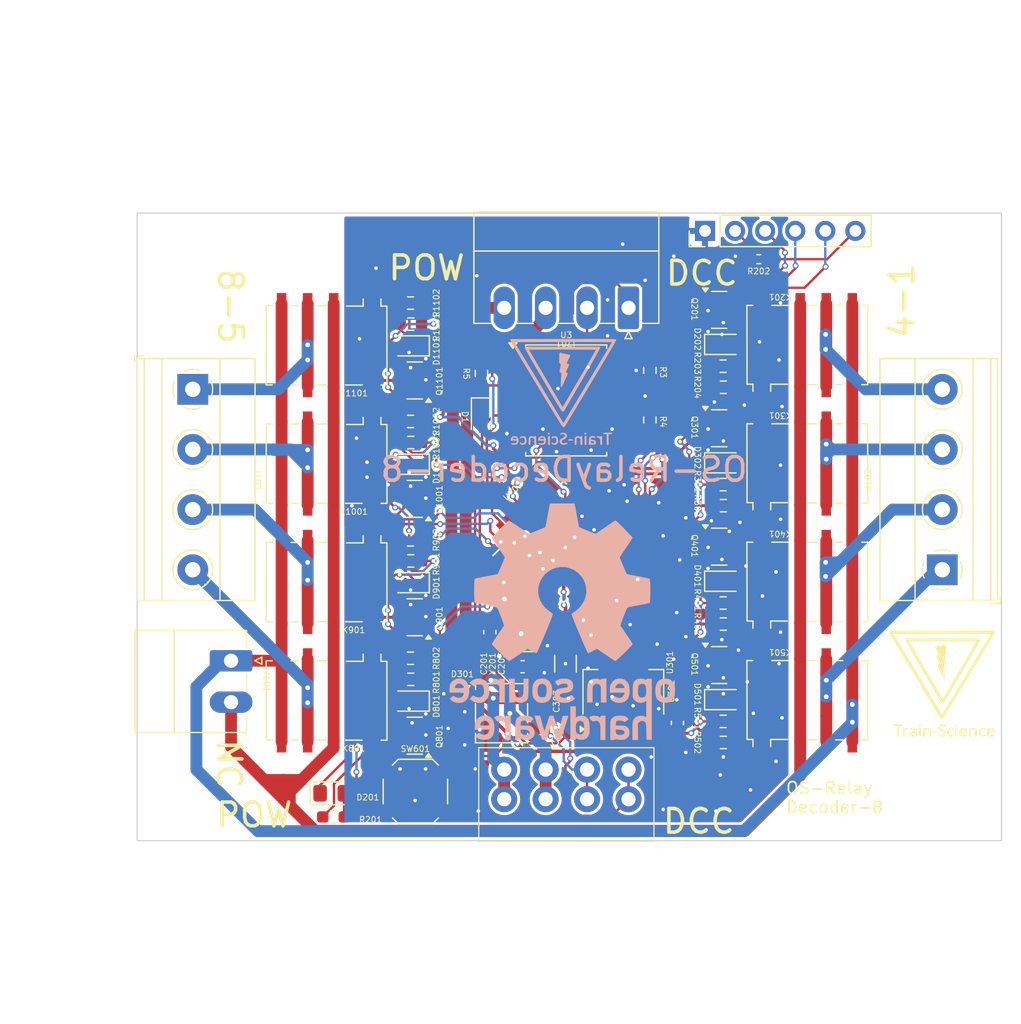
<source format=kicad_pcb>
(kicad_pcb (version 20240108) (generator "pcbnew") (generator_version "8.0")
  (layers (0 "F.Cu" signal) (31 "B.Cu" signal) (34 "B.Paste" user) (35 "F.Paste" user) (36 "B.SilkS" user "B.Silkscreen") (37 "F.SilkS" user "F.Silkscreen") (38 "B.Mask" user) (39 "F.Mask" user) (44 "Edge.Cuts" user))
  (net 0 "")
  (net 1 "GND")
  (net 2 "/MCU/X1")
  (net 3 "/MCU/X2")
  (net 4 "VCC")
  (net 5 "Net-(D201-A)")
  (net 6 "+5V")
  (net 7 "Net-(D1-K)")
  (net 8 "/DCC+power/DCC_B")
  (net 9 "/MCU/LED")
  (net 10 "Net-(D202-A)")
  (net 11 "Net-(D202-K)")
  (net 12 "/DCC+power/P1")
  (net 13 "/DCC+power/P2")
  (net 14 "Net-(D302-K)")
  (net 15 "Net-(D302-A)")
  (net 16 "Net-(D401-A)")
  (net 17 "Net-(D401-K)")
  (net 18 "Net-(D501-K)")
  (net 19 "Net-(D501-A)")
  (net 20 "Net-(D801-K)")
  (net 21 "Net-(D801-A)")
  (net 22 "Net-(D901-A)")
  (net 23 "/MCU/MISO")
  (net 24 "/MCU/MOSI")
  (net 25 "/MCU/Reset")
  (net 26 "Net-(D901-K)")
  (net 27 "Net-(D1001-K)")
  (net 29 "Net-(D1001-A)")
  (net 30 "Net-(D1101-K)")
  (net 31 "Net-(D1101-A)")
  (net 32 "/relay5/frog")
  (net 33 "/relay6/frog")
  (net 34 "/relay7/frog")
  (net 35 "/relay8/frog")
  (net 36 "/relay3/frog")
  (net 37 "/relay4/frog")
  (net 38 "/relay1/frog")
  (net 39 "/relay2/frog")
  (net 40 "/relay1/B")
  (net 41 "/relay1/A")
  (net 42 "Net-(Q801-B)")
  (net 43 "Net-(Q901-B)")
  (net 44 "Net-(Q1001-B)")
  (net 45 "Net-(Q1101-B)")
  (net 46 "/MCU/coil5")
  (net 47 "/MCU/coil6")
  (net 48 "/DCC+power/DCC_A")
  (net 49 "Net-(Q201-B)")
  (net 50 "Net-(Q301-B)")
  (net 51 "Net-(Q401-B)")
  (net 52 "Net-(Q501-B)")
  (net 53 "Net-(U3-EN)")
  (net 54 "/DCC+power/DCC")
  (net 55 "/MCU/coil1")
  (net 56 "/MCU/coil2")
  (net 57 "/MCU/coil3")
  (net 58 "/MCU/coil4")
  (net 59 "Net-(SW601-B)")
  (net 61 "/MCU/FREE_IO8")
  (net 62 "/MCU/coil7")
  (net 63 "/MCU/FREE_IO9")
  (net 64 "/MCU/FREE_IO5")
  (net 65 "/MCU/coil8")
  (net 66 "/MCU/FREE_IO4")
  (net 68 "/MCU/FREE_IO6")
  (net 70 "/MCU/FREE_IO1")
  (net 71 "/MCU/FREE_IO3")
  (footprint "LED_SMD:LED_0805_2012Metric_Pad1.15x1.40mm_HandSolder" (layer "F.Cu") (at 62.977 125.5035)
    (property "Reference" "D201")
    (property "Value" "LED")
  )
  (footprint "Capacitor_SMD:C_1206_3216Metric_Pad1.33x1.80mm_HandSolder" (layer "F.Cu") (at 82.677 114.554 -90)
    (property "Reference" "C303")
    (property "Value" "100uF")
  )
  (footprint "MountingHole:MountingHole_3.2mm_M3" (layer "F.Cu") (at 50 126)
    (property "Reference" "H104")
    (property "Value" "MountingHole")
  )
  (footprint "Diode_SMD:D_SOD-323" (layer "F.Cu") (at 96.0365 97.590907)
    (property "Reference" "D302")
    (property "Value" "1N4148WS")
  )
  (footprint "custom_kicad_lib_sk:R_0603_smalltext" (layer "F.Cu") (at 69.612 105.873907 180)
    (property "Reference" "R901")
    (property "Value" "100R")
  )
  (footprint "Package_TO_SOT_SMD:SOT-23" (layer "F.Cu") (at 95.6555 104.669907)
    (property "Reference" "Q401")
    (property "Value" "NPN_TOR")
  )
  (footprint "Relay_SMD:Relay_DPDT_Omron_G6K-2F-Y" (layer "F.Cu") (at 62.5 97.651907 -90)
    (property "Reference" "K1001")
    (property "Value" "G6K-2F-Y-TR DC12")
  )
  (footprint "MountingHole:MountingHole_3.2mm_M3" (layer "F.Cu") (at 116 80)
    (property "Reference" "H101")
    (property "Value" "MountingHole")
  )
  (footprint "Connector_Phoenix_MC:PhoenixContact_MC_1,5_2-G-3.5_1x02_P3.50mm_Horizontal" (layer "F.Cu") (at 54.4325 114.305 -90)
    (property "Reference" "J101")
    (property "Value" "Screw_Terminal_01x02")
  )
  (footprint "Capacitor_SMD:C_0603_1608Metric" (layer "F.Cu") (at 76.292 111.888592 90)
    (property "Reference" "C201")
    (property "Value" "12pF")
  )
  (footprint "custom_kicad_lib_sk:default_switch" (layer "F.Cu") (at 70 125.349)
    (property "Reference" "SW601")
    (property "Value" "default_switch")
  )
  (footprint "Package_TO_SOT_SMD:SOT-23" (layer "F.Cu") (at 95.6555 114.669907)
    (property "Reference" "Q501")
    (property "Value" "NPN_TOR")
  )
  (footprint "Resistor_SMD:R_0603_1608Metric_Pad0.98x0.95mm_HandSolder" (layer "F.Cu") (at 63.0875 127.4945)
    (property "Reference" "R201")
    (property "Value" "6k2")
  )
  (footprint "Relay_SMD:Relay_DPDT_Omron_G6K-2F-Y" (layer "F.Cu") (at 103.1 117.651907 90)
    (property "Reference" "K501")
    (property "Value" "G6K-2F-Y-TR DC12")
  )
  (footprint "custom_kicad_lib_sk:R_0603_smalltext" (layer "F.Cu") (at 96.0115 91.207907 180)
    (property "Reference" "R204")
    (property "Value" "1k")
  )
  (footprint "custom_kicad_lib_sk:R_0603_smalltext" (layer "F.Cu") (at 95.988 89.429907)
    (property "Reference" "R203")
    (property "Value" "100R")
  )
  (footprint "Package_QFP:TQFP-32_7x7mm_P0.8mm" (layer "F.Cu") (at 82.524 104.258592 45)
    (property "Reference" "U202")
    (property "Value" "ATmega328-A")
  )
  (footprint "Package_TO_SOT_SMD:TO-269AA" (layer "F.Cu") (at 77.276 118.737)
    (property "Reference" "D301")
    (property "Value" "MB10S")
  )
  (footprint "Relay_SMD:Relay_DPDT_Omron_G6K-2F-Y" (layer "F.Cu") (at 103.1 87.651907 90)
    (property "Reference" "K201")
    (property "Value" "G6K-2F-Y-TR DC12")
  )
  (footprint "custom_kicad_lib_sk:R_0603_smalltext" (layer "F.Cu") (at 96.0115 101.207907 180)
    (property "Reference" "R302")
    (property "Value" "1k")
  )
  (footprint "Connector_Phoenix_MC:PhoenixContact_MC_1,5_4-G-3.5_1x04_P3.50mm_Horizontal" (layer "F.Cu") (at 88 84.5 180)
    (property "Reference" "J701")
    (property "Value" "FEMALE")
  )
  (footprint "custom_kicad_lib_sk:R_0603_smalltext" (layer "F.Cu") (at 89.802 89.781 -90)
    (property "Reference" "R3")
    (property "Value" "10k")
  )
  (footprint "Diode_SMD:D_SOD-323" (layer "F.Cu") (at 69.5635 87.712907 180)
    (property "Reference" "D1101")
    (property "Value" "1N4148WS")
  )
  (footprint "Package_TO_SOT_SMD:SOT-223-3_TabPin2" (layer "F.Cu") (at 87.563 116.959 90)
    (property "Reference" "U301")
    (property "Value" "AMS1117-5.0")
  )
  (footprint "custom_kicad_lib_sk:R_0603_smalltext" (layer "F.Cu") (at 69.5885 114.095907)
    (property "Reference" "R802")
    (property "Value" "1k")
  )
  (footprint "custom_kicad_lib_sk:R_0603_smalltext" (layer "F.Cu") (at 69.612 95.873907 180)
    (property "Reference" "R1001")
    (property "Value" "100R")
  )
  (footprint "Relay_SMD:Relay_DPDT_Omron_G6K-2F-Y" (layer "F.Cu") (at 62.5 107.651907 -90)
    (property "Reference" "K901")
    (property "Value" "G6K-2F-Y-TR DC12")
  )
  (footprint "Diode_SMD:D_SOD-323" (layer "F.Cu") (at 75.578 93.718 -90)
    (property "Reference" "D1")
    (property "Value" "D")
  )
  (footprint "custom_kicad_lib_sk:R_0603_smalltext" (layer "F.Cu") (at 95.988 99.429907)
    (property "Reference" "R301")
    (property "Value" "100R")
  )
  (footprint "custom_kicad_lib_sk:R_0603_smalltext" (layer "F.Cu") (at 69.612 85.873907 180)
    (property "Reference" "R1101")
    (property "Value" "100R")
  )
  (footprint "TerminalBlock_Phoenix:TerminalBlock_Phoenix_MKDS-1,5-4-5.08_1x04_P5.08mm_Horizontal" (layer "F.Cu") (at 51.195 91.38 -90)
    (property "Reference" "J103")
    (property "Value" "Screw_Terminal_01x04")
  )
  (footprint "MountingHole:MountingHole_3.2mm_M3" (layer "F.Cu") (at 116 126)
    (property "Reference" "H102")
    (property "Value" "MountingHole")
  )
  (footprint "custom_kicad_lib_sk:Train-Science logo small" (layer "F.Cu") (at 114.554 116.332)
    (property "Reference" "G***" (hide yes))
    (property "Value" "LOGO" (hide yes))
  )
  (footprint "Resistor_SMD:R_0402_1005Metric_Pad0.72x0.64mm_HandSolder" (layer "F.Cu") (at 99 80.391)
    (property "Reference" "R202")
    (property "Value" "10k")
  )
  (footprint "custom_kicad_lib_sk:R_0603_smalltext" (layer "F.Cu") (at 75.578 90.035 -90)
    (property "Reference" "R5")
    (property "Value" "1k5")
  )
  (footprint "Diode_SMD:D_SOD-323" (layer "F.Cu") (at 69.5635 107.712907 180)
    (property "Reference" "D901")
    (property "Value" "1N4148WS")
  )
  (footprint "Package_TO_SOT_SMD:SOT-23" (layer "F.Cu") (at 69.9445 90.633907 180)
    (property "Reference" "Q1101")
    (property "Value" "NPN_TOR")
  )
  (footprint "custom_kicad_lib_sk:R_0603_smalltext" (layer "F.Cu") (at 95.988 119.429907)
    (property "Reference" "R501")
    (property "Value" "100R")
  )
  (footprint "custom_kicad_lib_sk:crystal_arduino" (layer "F.Cu") (at 79.213 111.981592 -90)
    (property "Reference" "Y201")
    (property "Value" "Crystal_GND2")
  )
  (footprint "Diode_SMD:D_SOD-323" (layer "F.Cu") (at 96.0365 117.590907)
    (property "Reference" "D501")
    (property "Value" "1N4148WS")
  )
  (footprint "custom_kicad_lib_sk:R_0603_smalltext" (layer "F.Cu") (at 69.612 115.873907 180)
    (property "Reference" "R801")
    (property "Value" "100R")
  )
  (footprint "Package_TO_SOT_SMD:SOT-23" (layer "F.Cu") (at 95.6555 94.669907)
    (property "Reference" "Q301")
    (property "Value" "NPN_TOR")
  )
  (footprint "Capacitor_SMD:C_0402_1005Metric" (layer "F.Cu") (at 78.714589 108.882181 135)
    (property "Reference" "C202")
    (property "Value" "100nF")
  )
  (footprint "custom_kicad_lib_sk:connector_3.50mm_4P horizontal_MALE" (layer "F.Cu") (at 82.75 123.5)
    (property "Reference" "J702" (hide yes))
    (property "Value" "MALE" (hide yes))
  )
  (footprint "Relay_SMD:Relay_DPDT_Omron_G6K-2F-Y" (layer "F.Cu") (at 62.5 87.651907 -90)
    (property "Reference" "K1101")
    (property "Value" "G6K-2F-Y-TR DC12")
  )
  (footprint "custom_kicad_lib_sk:R_0603_smalltext" (layer "F.Cu") (at 95.988 109.429907)
    (property "Reference" "R401")
    (property "Value" "100R")
  )
  (footprint "Capacitor_SMD:C_0603_1608Metric" (layer "F.Cu") (at 79.054 114.809592)
    (property "Reference" "C203")
    (property "Value" "12pF")
  )
  (footprint "Package_TO_SOT_SMD:SOT-23" (layer "F.Cu") (at 69.9445 120.633907 180)
    (property "Reference" "Q801")
    (property "Value" "NPN_TOR")
  )
  (footprint "Relay_SMD:Relay_DPDT_Omron_G6K-2F-Y" (layer "F.Cu") (at 103.1 107.651907 90)
    (property "Reference" "K401")
    (property "Value" "G6K-2F-Y-TR DC12")
  )
  (footprint "Diode_SMD:D_SOD-323" (layer "F.Cu") (at 96.0365 107.590907)
    (property "Reference" "D401")
    (property "Value" "1N4148WS")
  )
  (footprint "custom_kicad_lib_sk:R_0603_smalltext" (layer "F.Cu") (at 69.5885 104.095907)
    (property "Reference" "R902")
    (property "Value" "1k")
  )
  (footprint "Package_TO_SOT_SMD:SOT-23" (layer "F.Cu") (at 69.9445 100.633907 180)
    (property "Reference" "Q1001")
    (property "Value" "NPN_TOR")
  )
  (footprint "Capacitor_SMD:C_0603_1608Metric_Pad1.08x0.95mm_HandSolder" (layer "F.Cu") (at 92.131 119.5645 90)
    (property "Reference" "C301")
    (property "Value" "330nF")
  )
  (footprint "custom_kicad_lib_sk:R_0603_smalltext" (layer "F.Cu") (at 69.5885 94.095907)
    (property "Reference" "R1002")
    (property "Value" "1k")
  )
  (footprint "Package_SO:SOP-8_6.62x9.15mm_P2.54mm" (layer "F.Cu") (at 82.737 92.321)
    (property "Reference" "U3")
    (property "Value" "6N137")
  )
  (footprint "custom_kicad_lib_sk:R_0603_smalltext" (layer "F.Cu") (at 96.0115 111.207907 180)
    (property "Reference" "R402")
    (property "Value" "1k")
  )
  (footprint "Diode_SMD:D_SOD-323" (layer "F.Cu") (at 69.5635 97.712907 180)
    (property "Reference" "D1001")
    (property "Value" "1N4148WS")
  )
  (footprint "Package_TO_SOT_SMD:SOT-23" (layer "F.Cu") (at 69.9445 110.633907 180)
    (property "Reference" "Q901")
    (property "Value" "NPN_TOR")
  )
  (footprint "Diode_SMD:D_SOD-323" (layer "F.Cu") (at 69.5635 117.712907 180)
    (property "Reference" "D801")
    (property "Value" "1N4148WS")
  )
  (footprint "Diode_SMD:D_SOD-323" (layer "F.Cu") (at 96.0365 87.590907)
    (property "Reference" "D202")
    (property "Value" "1N4148WS")
  )
  (footprint "MountingHole:MountingHole_3.2mm_M3" (layer "F.Cu") (at 50 80)
    (property "Reference" "H103")
    (property "Value" "MountingHole")
  )
  (footprint "Relay_SMD:Relay_DPDT_Omron_G6K-2F-Y" (layer "F.Cu") (at 103.1 97.651907 90)
    (property "Reference" "K301")
    (property "Value" "G6K-2F-Y-TR DC12")
  )
  (footprint "custom_kicad_lib_sk:R_0603_smalltext" (layer "F.Cu") (at 89.802 93.972 -90)
    (property "Reference" "R4")
    (property "Value" "10k")
  )
  (footprint "custom_kicad_lib_sk:R_0603_smalltext" (layer "F.Cu") (at 96.0115 121.207907 180)
    (property "Reference" "R502")
    (property "Value" "1k")
  )
  (footprint "Connector_PinHeader_2.54mm:PinHeader_1x06_P2.54mm_Vertical" (layer "F.Cu") (at 94.46 78 90)
    (property "Reference" "J202" (hide yes))
    (property "Value" "ICSP")
  )
  (footprint "Package_TO_SOT_SMD:SOT-23" (layer "F.Cu") (at 95.6555 84.669907)
    (property "Reference" "Q201")
    (property "Value" "NPN_TOR")
  )
  (footprint "TerminalBlock_Phoenix:TerminalBlock_Phoenix_MKDS-1,5-4-5.08_1x04_P5.08mm_Horizontal" (layer "F.Cu") (at 114.5 106.62 90)
    (property "Reference" "J102")
    (property "Value" "Screw_Terminal_01x04")
  )
  (footprint "custom_kicad_lib_sk:R_0603_smalltext" (layer "F.Cu") (at 69.5885 84.095907)
    (property "Reference" "R1102")
    (property "Value" "1k")
  )
  (footprint "Relay_SMD:Relay_DPDT_Omron_G6K-2F-Y" (layer "F.Cu") (at 62.5 117.651907 -90)
    (property "Reference" "K801")
    (property "Value" "G6K-2F-Y-TR DC12")
  )
  (footprint "Capacitor_SMD:C_0603_1608Metric_Pad1.08x0.95mm_HandSolder" (layer "F.Cu") (at 82.987 119.538 90)
    (property "Reference" "C302")
    (property "Value" "100nF")
  )
  (footprint "Symbol:OSHW-Logo_19x20mm_SilkScreen" (layer "B.Cu") (at 82.423 110.998 180)
    (property "Reference" "REF**" (hide yes))
    (property "Value" "OSHW-Logo_19x20mm_SilkScreen" (hide yes))
  )
  (footprint "custom_kicad_lib_sk:Train-Science logo small" (layer "B.Cu") (at 82.423 91.694 180)
    (property "Reference" "G***" (hide yes))
    (property "Value" "LOGO" (hide yes))
  )
  (gr_rect (start 46.5 76.5) (end 119.5 129.5) (stroke (width 0.1)) (fill none) (layer "Edge.Cuts"))
  (gr_text "OS-RelayDecoder-8" (at 82.55 99.314 0) (layer "B.SilkS") (effects (font (size 2 2) (thickness 0.3)) (justify bottom mirror)))
  (gr_text "NC" (at 53.086 120.777 270) (layer "F.SilkS") (effects (font (size 2 2) (thickness 0.3)) (justify left bottom)))
  (gr_text "DCC" (at 90.738 129.041 0) (layer "F.SilkS") (effects (font (size 2 2) (thickness 0.3)) (justify left bottom)))
  (gr_text "8-5" (at 53.213 81.026 270) (layer "F.SilkS") (effects (font (size 2 2) (thickness 0.3)) (justify left bottom)))
  (gr_text "DCC" (at 90.992 82.747 0) (layer "F.SilkS") (effects (font (size 2 2) (thickness 0.3)) (justify left bottom)))
  (gr_text "4-1" (at 112.268 87.249 90) (layer "F.SilkS") (effects (font (size 2 2) (thickness 0.3)) (justify left bottom)))
  (gr_text "POW" (at 67.564 82.296 0) (layer "F.SilkS") (effects (font (size 2 2) (thickness 0.3)) (justify left bottom)))
  (gr_text "OS-Relay\nDecoder-8" (at 101.219 127.254 0) (layer "F.SilkS") (effects (font (size 1 1)) (justify left bottom)))
  (gr_text "POW" (at 53 128.5 0) (layer "F.SilkS") (effects (font (size 2 2) (thickness 0.3)) (justify left bottom)))
  (segment (start 78.175813 108.343405) (end 78.375178 108.54277) (width 0.2) (layer "F.Cu") (net 1))
  (segment (start 94.718 114.730907) (end 94.718 115.619907) (width 0.2) (layer "F.Cu") (net 1))
  (segment (start 78.175813 106.909723) (end 78.175813 108.343405) (width 0.2) (layer "F.Cu") (net 1))
  (segment (start 79.943 111.131592) (end 79.059 112.015592) (width 0.25) (layer "F.Cu") (net 1))
  (segment (start 70.882 120.572907) (end 70.882 119.683907) (width 0.2) (layer "F.Cu") (net 1))
  (segment (start 96.012 95.746907) (end 94.845 95.746907) (width 0.2) (layer "F.Cu") (net 1))
  (segment (start 70.882 110.572907) (end 70.882 109.683907) (width 0.2) (layer "F.Cu") (net 1))
  (segment (start 70.882 108.794907) (end 70.882 109.683907) (width 0.2) (layer "F.Cu") (net 1))
  (segment (start 96.012 85.746907) (end 94.845 85.746907) (width 0.2) (layer "F.Cu") (net 1))
  (segment (start 70.882 88.794907) (end 70.882 89.683907) (width 0.2) (layer "F.Cu") (net 1))
  (segment (start 94.718 84.730907) (end 94.718 85.619907) (width 0.2) (layer "F.Cu") (net 1))
  (segment (start 96.012 115.746907) (end 94.845 115.746907) (width 0.2) (layer "F.Cu") (net 1))
  (segment (start 95.885 105.746907) (end 94.845 105.746907) (width 0.2) (layer "F.Cu") (net 1))
  (segment (start 94.718 86.508907) (end 94.718 85.619907) (width 0.2) (layer "F.Cu") (net 1))
  (segment (start 79.801639 107.546639) (end 78.805508 108.54277) (width 0.2) (layer "F.Cu") (net 1))
  (segment (start 69.723 119.556907) (end 70.755 119.556907) (width 0.2) (layer "F.Cu") (net 1))
  (segment (start 69.596 109.556907) (end 70.755 109.556907) (width 0.2) (layer "F.Cu") (net 1))
  (segment (start 70.882 98.794907) (end 70.882 99.683907) (width 0.2) (layer "F.Cu") (net 1))
  (segment (start 70.882 118.794907) (end 70.882 119.683907) (width 0.2) (layer "F.Cu") (net 1))
  (segment (start 76.292 112.663592) (end 77.675 112.663592) (width 0.25) (layer "F.Cu") (net 1))
  (segment (start 94.718 96.508907) (end 94.718 95.619907) (width 0.2) (layer "F.Cu") (net 1))
  (segment (start 78.927 112.147592) (end 78.043 113.031592) (width 0.25) (layer "F.Cu") (net 1))
  (segment (start 79.059 112.015592) (end 78.927 112.015592) (width 0.25) (layer "F.Cu") (net 1))
  (segment (start 77.823356 109.094592) (end 78.375178 108.54277) (width 0.2) (layer "F.Cu") (net 1))
  (segment (start 94.718 116.508907) (end 94.718 115.619907) (width 0.2) (layer "F.Cu") (net 1))
  (segment (start 78.279 114.809592) (end 78.279 113.267592) (width 0.25) (layer "F.Cu") (net 1))
  (segment (start 70.882 100.572907) (end 70.882 99.683907) (width 0.2) (layer "F.Cu") (net 1))
  (segment (start 77.53 109.094592) (end 77.823356 109.094592) (width 0.2) (layer "F.Cu") (net 1))
  (segment (start 94.718 104.730907) (end 94.718 105.619907) (width 0.2) (layer "F.Cu") (net 1))
  (segment (start 79.801639 107.523361) (end 80.772 106.553) (width 0.2) (layer "F.Cu") (net 1))
  (segment (start 94.718 94.730907) (end 94.718 95.619907) (width 0.2) (layer "F.Cu") (net 1))
  (segment (start 69.596 89.556907) (end 70.755 89.556907) (width 0.2) (layer "F.Cu") (net 1))
  (segment (start 69.596 99.556907) (end 70.755 99.556907) (width 0.2) (layer "F.Cu") (net 1))
  (segment (start 70.882 90.572907) (end 70.882 89.683907) (width 0.2) (layer "F.Cu") (net 1))
  (segment (start 94.718 106.508907) (end 94.718 105.619907) (width 0.2) (layer "F.Cu") (net 1))
  (segment (start 78.927 112.015592) (end 78.927 112.147592) (width 0.25) (layer "F.Cu") (net 1))
  (segment (start 78.805508 108.54277) (end 78.375178 108.54277) (width 0.2) (layer "F.Cu") (net 1))
  (via (at 81.153 113.03) (size 0.5) (drill 0.3) (layers "F.Cu" "B.Cu") (net 1))
  (via (at 74.168 118.618) (size 0.5) (drill 0.3) (layers "F.Cu" "B.Cu") (net 1))
  (via (at 92.329 105.791) (size 0.5) (drill 0.3) (layers "F.Cu" "B.Cu") (net 1))
  (via (at 89.408 82.169) (size 0.5) (drill 0.3) (layers "F.Cu" "B.Cu") (net 1))
  (via (at 99.06 87.376) (size 0.5) (drill 0.3) (layers "F.Cu" "B.Cu") (net 1))
  (via (at 84.201 110.871) (size 0.5) (drill 0.3) (layers "F.Cu" "B.Cu") (net 1))
  (via (at 95.885 105.746907) (size 0.5) (drill 0.3) (layers "F.Cu" "B.Cu") (net 1))
  (via (at 82.931 117.475) (size 0.5) (drill 0.3) (layers "F.Cu" "B.Cu") (net 1))
  (via (at 88.773 107.442) (size 0.5) (drill 0.3) (layers "F.Cu" "B.Cu") (net 1))
  (via (at 66.675 81.153) (size 0.5) (drill 0.3) (layers "F.Cu" "B.Cu") (net 1))
  (via (at 96.52 103.378) (size 0.5) (drill 0.3) (layers "F.Cu" "B.Cu") (net 1))
  (via (at 77.53 109.094592) (size 0.8) (drill 0.4) (layers "F.Cu" "B.Cu") (net 1))
  (via (at 95.885 86.741) (size 0.5) (drill 0.3) (layers "F.Cu" "B.Cu") (net 1))
  (via (at 90.424 112.903) (size 0.5) (drill 0.3) (layers "F.Cu" "B.Cu") (net 1))
  (via (at 77.724 95.123) (size 0.5) (drill 0.3) (layers "F.Cu" "B.Cu") (net 1))
  (via (at 69.596 108.331) (size 0.5) (drill 0.3) (layers "F.Cu" "B.Cu") (net 1))
  (via (at 65.024 95.504) (size 0.5) (drill 0.3) (layers "F.Cu" "B.Cu") (net 1))
  (via (at 100.838 97.79) (size 0.5) (drill 0.3) (layers "F.Cu" "B.Cu") (net 1))
  (via (at 80.772 94.742) (size 0.5) (drill 0.3) (layers "F.Cu" "B.Cu") (net 1))
  (via (at 69.469 118.364) (size 0.5) (drill 0.3) (layers "F.Cu" "B.Cu") (net 1))
  (via (at 70.882 118.794907) (size 0.5) (drill 0.3) (layers "F.Cu" "B.Cu") (net 1))
  (via (at 94.718 84.730907) (size 0.5) (drill 0.3) (layers "F.Cu" "B.Cu") (net 1))
  (via (at 92.075 117.602) (size 0.5) (drill 0.3) (layers "F.Cu" "B.Cu") (net 1))
  (via (at 68.707 123.444) (size 0.5) (drill 0.3) (layers "F.Cu" "B.Cu") (net 1))
  (via (at 69.469 88.265) (size 0.5) (drill 0.3) (layers "F.Cu" "B.Cu") (net 1))
  (via (at 72.39 117.094) (size 0.5) (drill 0.3) (layers "F.Cu" "B.Cu") (net 1))
  (via (at 90.932 103.759) (size 0.5) (drill 0.3) (layers "F.Cu" "B.Cu") (net 1))
  (via (at 91.821 114.173) (size 0.5) (drill 0.3) (layers "F.Cu" "B.Cu") (net 1))
  (via (at 100.711 114.554) (size 0.5) (drill 0.3) (layers "F.Cu" "B.Cu") (net 1))
  (via (at 85.344 117.983) (size 0.5) (drill 0.3) (layers "F.Cu" "B.Cu") (net 1))
  (via (at 85.09 103.251) (size 0.5) (drill 0.3) (layers "F.Cu" "B.Cu") (net 1))
  (via (at 98.552 118.745) (size 0.5) (drill 0.3) (layers "F.Cu" "B.Cu") (net 1))
  (via (at 96.012 95.746907) (size 0.5) (drill 0.3) (layers "F.Cu" "B.Cu") (net 1))
  (via (at 95.885 112.522) (size 0.5) (drill 0.3) (layers "F.Cu" "B.Cu") (net 1))
  (via (at 65.913 98.806) (size 0.5) (drill 0.3) (layers "F.Cu" "B.Cu") (net 1))
  (via (at 95.25 92.456) (size 0.5) (drill 0.3) (layers "F.Cu" "B.Cu") (net 1))
  (via (at 94.996 102.489) (size 0.5) (drill 0.3) (layers "F.Cu" "B.Cu") (net 1))
  (via (at 69.977 126.111) (size 0.5) (drill 0.3) (layers "F.Cu" "B.Cu") (net 1))
  (via (at 97.282 113.411) (size 0.5) (drill 0.3) (layers "F.Cu" "B.Cu") (net 1))
  (via (at 97.028 80.137) (size 0.5) (drill 0.3) (layers "F.Cu" "B.Cu") (net 1))
  (via (at 86.233 86.868) (size 0.5) (drill 0.3) (layers "F.Cu" "B.Cu") (net 1))
  (via (at 100.838 84.074) (size 0.5) (drill 0.3) (layers "F.Cu" "B.Cu") (net 1))
  (via (at 94.718 106.508907) (size 0.5) (drill 0.3) (layers "F.Cu" "B.Cu") (net 1))
  (via (at 95.377 127) (size 0.5) (drill 0.3) (layers "F.Cu" "B.Cu") (net 1))
  (via (at 84.074 102.108) (size 0.5) (drill 0.3) (layers "F.Cu" "B.Cu") (net 1))
  (via (at 70.866 123.444) (size 0.5) (drill 0.3) (layers "F.Cu" "B.Cu") (net 1))
  (via (at 86.614 94.742) (size 0.5) (drill 0.3) (layers "F.Cu" "B.Cu") (net 1))
  (via (at 94.718 86.508907) (size 0.5) (drill 0.3) (layers "F.Cu" "B.Cu") (net 1))
  (via (at 90.932 126.873) (size 0.5) (drill 0.3) (layers "F.Cu" "B.Cu") (net 1))
  (via (at 72.771 120.015) (size 0.5) (drill 0.3) (layers "F.Cu" "B.Cu") (net 1))
  (via (at 80.899 115.316) (size 0.5) (drill 0.3) (layers "F.Cu" "B.Cu") (net 1))
  (via (at 65.278 87.122) (size 0.5) (drill 0.3) (layers "F.Cu" "B.Cu") (net 1))
  (via (at 75.057 123.444) (size 0.5) (drill 0.3) (layers "F.Cu" "B.Cu") (net 1))
  (via (at 100.711 88.9) (size 0.5) (drill 0.3) (layers "F.Cu" "B.Cu") (net 1))
  (via (at 75.438 120.142) (size 0.5) (drill 0.3) (layers "F.Cu" "B.Cu") (net 1))
  (via (at 88.392 118.11) (size 0.5) (drill 0.3) (layers "F.Cu" "B.Cu") (net 1))
  (via (at 83.439 103.886) (size 0.5) (drill 0.3) (layers "F.Cu" "B.Cu") (net 1))
  (via (at 78.927 112.015592) (size 0.8) (drill 0.4) (layers "F.Cu" "B.Cu") (net 1))
  (via (at 69.596 99.556907) (size 0.5) (drill 0.3) (layers "F.Cu" "B.Cu") (net 1))
  (via (at 97.79 92.71) (size 0.5) (drill 0.3) (layers "F.Cu" "B.Cu") (net 1))
  (via (at 79.629 105.41) (size 0.5) (drill 0.3) (layers "F.Cu" "B.Cu") (net 1))
  (via (at 86.614 117.348) (size 0.5) (drill 0.3) (layers "F.Cu" "B.Cu") (net 1))
  (via (at 70.882 90.572907) (size 0.5) (drill 0.3) (layers "F.Cu" "B.Cu") (net 1))
  (via (at 70.882 108.794907) (size 0.5) (drill 0.3) (layers "F.Cu" "B.Cu") (net 1))
  (via (at 86.233 83.82) (size 0.5) (drill 0.3) (layers "F.Cu" "B.Cu") (net 1))
  (via (at 84.836 116.078) (size 0.5) (drill 0.3) (layers "F.Cu" "B.Cu") (net 1))
  (via (at 98.298 125.222) (size 0.5) (drill 0.3) (layers "F.Cu" "B.Cu") (net 1))
  (via (at 92.837 122.047) (size 0.5) (drill 0.3) (layers "F.Cu" "B.Cu") (net 1))
  (via (at 80.518 105.156) (size 0.5) (drill 0.3) (layers "F.Cu" "B.Cu") (net 1))
  (via (at 75.311 127) (size 0.5) (drill 0.3) (layers "F.Cu" "B.Cu") (net 1))
  (via (at 86.36 99.949) (size 0.5) (drill 0.3) (layers "F.Cu" "B.Cu") (net 1))
  (via (at 82.042 91.313) (size 0.5) (drill 0.3) (layers "F.Cu" "B.Cu") (net 1))
  (via (at 99.314 108.839) (size 0.5) (drill 0.3) (layers "F.Cu" "B.Cu") (net 1))
  (via (at 69.596 109.556907) (size 0.5) (drill 0.3) (layers "F.Cu" "B.Cu") (net 1))
  (via (at 70.882 120.572907) (size 0.5) (drill 0.3) (layers "F.Cu" "B.Cu") (net 1))
  (via (at 67.691 99.441) (size 0.5) (drill 0.3) (layers "F.Cu" "B.Cu") (net 1))
  (via (at 64.643 101.219) (size 0.5) (drill 0.3) (layers "F.Cu" "B.Cu") (net 1))
  (via (at 82.677 114.554) (size 0.5) (drill 0.3) (layers "F.Cu" "B.Cu") (net 1))
  (via (at 69.596 89.556907) (size 0.5) (drill 0.3) (layers "F.Cu" "B.Cu") (net 1))
  (via (at 100.838 111.887) (size 0.5) (drill 0.3) (layers "F.Cu" "B.Cu") (net 1))
  (via (at 94.718 104.730907) (size 0.5) (drill 0.3) (layers "F.Cu" "B.Cu") (net 1))
  (via (at 96.012 122.428) (size 0.5) (drill 0.3) (layers "F.Cu" "B.Cu") (net 1))
  (via (at 97.917 106.299) (size 0.5) (drill 0.3) (layers "F.Cu" "B.Cu") (net 1))
  (via (at 94.718 116.508907) (size 0.5) (drill 0.3) (layers "F.Cu" "B.Cu") (net 1))
  (via (at 100.965 92.837) (size 0.5) (drill 0.3) (layers "F.Cu" "B.Cu") (net 1))
  (via (at 97.409 102.616) (size 0.5) (drill 0.3) (layers "F.Cu" "B.Cu") (net 1))
  (via (at 100.838 102.362) (size 0.5) (drill 0.3) (layers "F.Cu" "B.Cu") (net 1))
  (via (at 89.408 91.948) (size 0.5) (drill 0.3) (layers "F.Cu" "B.Cu") (net 1))
  (via (at 100.457 122.809) (size 0.5) (drill 0.3) (layers "F.Cu" "B.Cu") (net 1))
  (via (at 89.916 122.428) (size 0.5) (drill 0.3) (layers "F.Cu" "B.Cu") (net 1))
  (via (at 92.837 112.268) (size 0.5) (drill 0.3) (layers "F.Cu" "B.Cu") (net 1))
  (via (at 69.723 119.556907) (size 0.5) (drill 0.3) (layers "F.Cu" "B.Cu") (net 1))
  (via (at 96.012 85.746907) (size 0.5) (drill 0.3) (layers "F.Cu" "B.Cu") (net 1))
  (via (at 87.503 79.121) (size 0.5) (drill 0.3) (layers "F.Cu" "B.Cu") (net 1))
  (via (at 70.882 110.572907) (size 0.5) (drill 0.3) (layers "F.Cu" "B.Cu") (net 1))
  (via (at 69.469 98.425) (size 0.5) (drill 0.3) (layers "F.Cu" "B.Cu") (net 1))
  (via (at 84.582 114.935) (size 0.5) (drill 0.3) (layers "F.Cu" "B.Cu") (net 1))
  (via (at 84.836 112.141) (size 0.5) (drill 0.3) (layers "F.Cu" "B.Cu") (net 1))
  (via (at 75.184 81.788) (size 0.5) (drill 0.3) (layers "F.Cu" "B.Cu") (net 1))
  (via (at 81.915 96.647) (size 0.5) (drill 0.3) (layers "F.Cu" "B.Cu") (net 1))
  (via (at 96.012 115.746907) (size 0.5) (drill 0.3) (layers "F.Cu" "B.Cu") (net 1))
  (via (at 87.884 100.838) (size 0.5) (drill 0.3) (layers "F.Cu" "B.Cu") (net 1))
  (via (at 92.837 102.235) (size 0.5) (drill 0.3) (layers "F.Cu" "B.Cu") (net 1))
  (via (at 94.718 96.508907) (size 0.5) (drill 0.3) (layers "F.Cu" "B.Cu") (net 1))
  (via (at 90.551 100.965) (size 0.5) (drill 0.3) (layers "F.Cu" "B.Cu") (net 1))
  (via (at 87.63 99.441) (size 0.5) (drill 0.3) (layers "F.Cu" "B.Cu") (net 1))
  (via (at 77.47 107.696) (size 0.5) (drill 0.3) (layers "F.Cu" "B.Cu") (net 1))
  (via (at 70.882 88.794907) (size 0.5) (drill 0.3) (layers "F.Cu" "B.Cu") (net 1))
  (via (at 100.965 119.126) (size 0.5) (drill 0.3) (layers "F.Cu" "B.Cu") (net 1))
  (via (at 84.836 96.52) (size 0.5) (drill 0.3) (layers "F.Cu" "B.Cu") (net 1))
  (via (at 84.582 89.535) (size 0.5) (drill 0.3) (layers "F.Cu" "B.Cu") (net 1))
  (via (at 74.168 121.412) (size 0.5) (drill 0.3) (layers "F.Cu" "B.Cu") (net 1))
  (via (at 77.089 113.919) (size 0.8) (drill 0.4) (layers "F.Cu" "B.Cu") (net 1))
  (via (at 90.551 118.364) (size 0.5) (drill 0.3) (layers "F.Cu" "B.Cu") (net 1))
  (via (at 98.044 116.078) (size 0.5) (drill 0.3) (layers "F.Cu" "B.Cu") (net 1))
  (via (at 96.012 117.094) (size 0.5) (drill 0.3) (layers "F.Cu" "B.Cu") (net 1))
  (via (at 94.718 114.730907) (size 0.5) (drill 0.3) (layers "F.Cu" "B.Cu") (net 1))
  (via (at 65.913 97.536) (size 0.5) (drill 0.3) (layers "F.Cu" "B.Cu") (net 1))
  (via (at 88.138 111.252) (size 0.5) (drill 0.3) (layers "F.Cu" "B.Cu") (net 1))
  (via (at 86.995 109.22) (size 0.5) (drill 0.3) (layers "F.Cu" "B.Cu") (net 1))
  (via (at 70.882 98.794907) (size 0.5) (drill 0.3) (layers "F.Cu" "B.Cu") (net 1))
  (via (at 88.646 89.789) (size 0.5) (drill 0.3) (layers "F.Cu" "B.Cu") (net 1))
  (via (at 94.718 94.730907) (size 0.5) (drill 0.3) (layers "F.Cu" "B.Cu") (net 1))
  (via (at 80.772 106.553) (size 0.5) (drill 0.3) (layers "F.Cu" "B.Cu") (net 1))
  (via (at 92.075 110.236) (size 0.5) (drill 0.3) (layers "F.Cu" "B.Cu") (net 1))
  (via (at 91.821 80.137) (size 0.5) (drill 0.3) (layers "F.Cu" "B.Cu") (net 1))
  (via (at 70.882 100.572907) (size 0.5) (drill 0.3) (layers "F.Cu" "B.Cu") (net 1))
  (via (at 100.457 106.807) (size 0.5) (drill 0.3) (layers "F.Cu" "B.Cu") (net 1))
  (via (at 95.758 123.952) (size 0.5) (drill 0.3) (layers "F.Cu" "B.Cu") (net 1))
  (segment (start 79.738203 109.392989) (end 78.2996 110.831592) (width 0.25) (layer "F.Cu") (net 2))
  (segment (start 76.292 111.113592) (end 77.761 111.113592) (width 0.25) (layer "F.Cu") (net 2))
  (segment (start 80.93301 108.678009) (end 80.21803 109.392989) (width 0.25) (layer "F.Cu") (net 2))
  (segment (start 80.21803 109.392989) (end 79.738203 109.392989) (width 0.25) (layer "F.Cu") (net 2))
  (segment (start 79.829 114.809592) (end 79.829 113.145592) (width 0.25) (layer "F.Cu") (net 3))
  (segment (start 81.498695 110.491592) (end 81.498695 111.348897) (width 0.25) (layer "F.Cu") (net 3))
  (segment (start 81.975 109.72) (end 81.975 110.015287) (width 0.25) (layer "F.Cu") (net 3))
  (segment (start 81.498695 111.348897) (end 79.943 112.904592) (width 0.25) (layer "F.Cu") (net 3))
  (segment (start 81.975 110.015287) (end 81.498695 110.491592) (width 0.25) (layer "F.Cu") (net 3))
  (segment (start 81.498695 109.243695) (end 81.975 109.72) (width 0.25) (layer "F.Cu") (net 3))
  (segment (start 95.0755 109.429907) (end 94.083 109.429907) (width 0.2) (layer "F.Cu") (net 4))
  (segment (start 69.4635 112.981407) (end 67.691 111.208907) (width 0.2) (layer "F.Cu") (net 4))
  (segment (start 93.284907 120.427) (end 92.131 120.427) (width 0.25) (layer "F.Cu") (net 4))
  (segment (start 79.245 121.959) (end 78.613 121.327) (width 0.3) (layer "F.Cu") (net 4))
  (segment (start 70.5245 95.373629) (end 69.596 94.445129) (width 0.2) (layer "F.Cu") (net 4))
  (segment (start 70.358 114.935) (end 70.085872 114.935) (width 0.2) (layer "F.Cu") (net 4))
  (segment (start 68.286897 99.975958) (end 68.286897 98.959845) (width 0.2) (layer "F.Cu") (net 4))
  (segment (start 68.302019 107.037908) (end 68.672497 107.037908) (width 0.2) (layer "F.Cu") (net 4))
  (segment (start 93.1305 97.187073) (end 93.1305 96.658672) (width 0.2) (layer "F.Cu") (net 4))
  (segment (start 94.3115 91.394367) (end 92.8305 92.875367) (width 0.2) (layer "F.Cu") (net 4))
  (segment (start 92.8305 92.875367) (end 92.8305 95.332326) (width 0.2) (layer "F.Cu") (net 4))
  (segment (start 74.794999 117.467) (end 74.201 117.467) (width 0.3) (layer "F.Cu") (net 4))
  (segment (start 94.083 108.307) (end 94.083 109.429907) (width 0.2) (layer "F.Cu") (net 4))
  (segment (start 67.9135 98.586448) (end 67.9135 97.3135) (width 0.2) (layer "F.Cu") (net 4))
  (segment (start 68.286897 98.959845) (end 67.9135 98.586448) (width 0.2) (layer "F.Cu") (net 4))
  (segment (start 94.083 101.981) (end 93.2805 102.7835) (width 0.2) (layer "F.Cu") (net 4))
  (segment (start 77.785141 120.457142) (end 74.794999 117.467) (width 0.3) (layer "F.Cu") (net 4))
  (segment (start 94.083 99.429907) (end 94.083 98.139573) (width 0.2) (layer "F.Cu") (net 4))
  (segment (start 67.691 110.058907) (end 67.691 107.648927) (width 0.2) (layer "F.Cu") (net 4))
  (segment (start 67.9695 101.051888) (end 67.9695 100.293355) (width 0.2) (layer "F.Cu") (net 4))
  (segment (start 94.083 98.139573) (end 93.1305 97.187073) (width 0.2) (layer "F.Cu") (net 4))
  (segment (start 69.596 94.445129) (end 69.596 93.113907) (width 0.2) (layer "F.Cu") (net 4))
  (segment (start 94.083 119.429907) (end 94.083 118.139573) (width 0.2) (layer "F.Cu") (net 4))
  (segment (start 69.777436 114.626564) (end 69.4635 114.312629) (width 0.2) (layer "F.Cu") (net 4))
  (segment (start 69.4635 114.312629) (end 69.4635 112.981407) (width 0.2) (layer "F.Cu") (net 4))
  (segment (start 71.517 115.873907) (end 72.566907 115.873907) (width 0.3) (layer "F.Cu") (net 4))
  (segment (start 71.024778 105.873907) (end 69.469 104.318129) (width 0.2) (layer "F.Cu") (net 4))
  (segment (start 67.691 107.648927) (end 68.302019 107.037908) (width 0.2) (layer "F.Cu") (net 4))
  (segment (start 95.0755 119.429907) (end 94.083 119.429907) (width 0.2) (layer "F.Cu") (net 4))
  (segment (start 93.262 112.708) (end 94.083 111.887) (width 0.2) (layer "F.Cu") (net 4))
  (segment (start 70.5245 95.873907) (end 71.517 95.873907) (width 0.2) (layer "F.Cu") (net 4))
  (segment (start 72.566907 115.873907) (end 74.16 117.467) (width 0.3) (layer "F.Cu") (net 4))
  (segment (start 70.5245 115.873907) (end 71.517 115.873907) (width 0.2) (layer "F.Cu") (net 4))
  (segment (start 70.5245 85.873907) (end 71.517 85.873907) (width 0.2) (layer "F.Cu") (net 4))
  (segment (start 69.596 93.113907) (end 67.691 91.208907) (width 0.2) (layer "F.Cu") (net 4))
  (segment (start 95.0755 89.4555) (end 94.3115 90.2195) (width 0.2) (layer "F.Cu") (net 4))
  (segment (start 67.9135 97.3135) (end 68.326 96.901) (width 0.2) (layer "F.Cu") (net 4))
  (segment (start 93.262 117.318573) (end 93.262 112.708) (width 0.2) (layer "F.Cu") (net 4))
  (segment (start 92.131 120.427) (end 90.181 120.427) (width 0.3) (layer "F.Cu") (net 4))
  (segment (start 93.291 120.420907) (end 93.284907 120.427) (width 0.25) (layer "F.Cu") (net 4))
  (segment (start 70.5245 115.873907) (end 70.5245 115.1015) (width 0.2) (layer "F.Cu") (net 4))
  (segment (start 95.0755 89.429907) (end 95.0755 89.4555) (width 0.2) (layer "F.Cu") (net 4))
  (segment (start 87.738306 121.959) (end 79.245 121.959) (width 0.3) (layer "F.Cu") (net 4))
  (segment (start 94.3115 90.2195) (end 94.3115 91.394367) (width 0.2) (layer "F.Cu") (net 4))
  (segment (start 70.5245 115.1015) (end 70.358 114.935) (width 0.2) (layer "F.Cu") (net 4))
  (segment (start 70.5245 95.873907) (end 70.5245 95.373629) (width 0.2) (layer "F.Cu") (net 4))
  (segment (start 70.5245 105.873907) (end 71.517 105.873907) (width 0.2) (layer "F.Cu") (net 4))
  (segment (start 95.0755 99.429907) (end 94.083 99.429907) (width 0.2) (layer "F.Cu") (net 4))
  (segment (start 93.2805 102.7835) (end 93.2805 107.5045) (width 0.2) (layer "F.Cu") (net 4))
  (segment (start 92.8305 95.332326) (end 92.366913 95.795913) (width 0.2) (layer "F.Cu") (net 4))
  (segment (start 70.085872 114.935) (end 69.777436 114.626564) (width 0.2) (layer "F.Cu") (net 4))
  (segment (start 89.863 119.834306) (end 87.738306 121.959) (width 0.3) (layer "F.Cu") (net 4))
  (segment (start 94.083 118.139573) (end 93.262 117.318573) (width 0.2) (layer "F.Cu") (net 4))
  (segment (start 67.9695 100.293355) (end 68.286897 99.975958) (width 0.2) (layer "F.Cu") (net 4))
  (segment (start 67.691 90.058907) (end 67.691 87.503) (width 0.2) (layer "F.Cu") (net 4))
  (segment (start 93.2805 107.5045) (end 94.083 108.307) (width 0.2) (layer "F.Cu") (net 4))
  (segment (start 67.691 87.503) (end 68.326 86.868) (width 0.2) (layer "F.Cu") (net 4))
  (segment (start 71.517 105.873907) (end 71.024778 105.873907) (width 0.2) (layer "F.Cu") (net 4))
  (segment (start 69.469 104.318129) (end 69.469 103.312) (width 0.2) (layer "F.Cu") (net 4))
  (segment (start 68.286897 101.369285) (end 67.9695 101.051888) (width 0.2) (layer "F.Cu") (net 4))
  (via (at 78.613 121.327) (size 0.5) (drill 0.3) (layers "F.Cu" "B.Cu") (net 4))
  (via (at 71.517 105.873907) (size 0.5) (drill 0.3) (layers "F.Cu" "B.Cu") (net 4))
  (via (at 71.517 95.873907) (size 0.5) (drill 0.3) (layers "F.Cu" "B.Cu") (net 4))
  (via (at 67.691 90.058907) (size 0.5) (drill 0.3) (layers "F.Cu" "B.Cu") (net 4))
  (via (at 94.083 111.887) (size 0.5) (drill 0.3) (layers "F.Cu" "B.Cu") (net 4))
  (via (at 67.691 111.208907) (size 0.5) (drill 0.3) (layers "F.Cu" "B.Cu") (net 4))
  (via (at 77.785141 120.457142) (size 0.5) (drill 0.3) (layers "F.Cu" "B.Cu") (net 4))
  (via (at 94.083 99.429907) (size 0.5) (drill 0.3) (layers "F.Cu" "B.Cu") (net 4))
  (via (at 94.083 119.429907) (size 0.5) (drill 0.3) (layers "F.Cu" "B.Cu") (net 4))
  (via (at 93.1305 96.658672) (size 0.5) (drill 0.3) (layers "F.Cu" "B.Cu") (net 4))
  (via (at 69.469 103.312) (size 0.5) (drill 0.3) (layers "F.Cu" "B.Cu") (net 4))
  (via (at 94.083 101.981) (size 0.5) (drill 0.3) (layers "F.Cu" "B.Cu") (net 4))
  (via (at 93.291 120.420907) (size 0.5) (drill 0.3) (layers "F.Cu" "B.Cu") (net 4))
  (via (at 68.326 96.901) (size 0.5) (drill 0.3) (layers "F.Cu" "B.Cu") (net 4))
  (via (at 68.672497 107.037908) (size 0.5) (drill 0.3) (layers "F.Cu" "B.Cu") (net 4))
  (via (at 68.326 86.868) (size 0.5) (drill 0.3) (layers "F.Cu" "B.Cu") (net 4))
  (via (at 68.286897 101.369285) (size 0.5) (drill 0.3) (layers "F.Cu" "B.Cu") (net 4))
  (via (at 94.083 109.429907) (size 0.5) (drill 0.3) (layers "F.Cu" "B.Cu") (net 4))
  (via (at 92.366913 95.795913) (size 0.5) (drill 0.3) (layers "F.Cu" "B.Cu") (net 4))
  (via (at 67.691 91.208907) (size 0.5) (drill 0.3) (layers "F.Cu" "B.Cu") (net 4))
  (via (at 71.517 85.873907) (size 0.5) (drill 0.3) (layers "F.Cu" "B.Cu") (net 4))
  (via (at 67.691 110.058907) (size 0.5) (drill 0.3) (layers "F.Cu" "B.Cu") (net 4))
  (segment (start 94.083 119.592907) (end 94.083 119.429907) (width 0.25) (layer "B.Cu") (net 4))
  (segment (start 78.613 121.285001) (end 77.785141 120.457142) (width 0.3) (layer "B.Cu") (net 4))
  (segment (start 94.083 99.429907) (end 94.083 101.981) (width 0.2) (layer "B.Cu") (net 4))
  (segment (start 94.083 109.429907) (end 94.083 111.887) (width 0.25) (layer "B.Cu") (net 4))
  (segment (start 68.672497 107.037908) (end 70.352999 107.037908) (width 0.2) (layer "B.Cu") (net 4))
  (segment (start 70.489907 96.901) (end 71.517 95.873907) (width 0.2) (layer "B.Cu") (net 4))
  (segment (start 69.469 102.235) (end 69.469 103.312) (width 0.2) (layer "B.Cu") (net 4))
  (segment (start 67.691 111.208907) (end 67.691 110.058907) (width 0.2) (layer "B.Cu") (net 4))
  (segment (start 68.326 86.868) (end 69.320093 85.873907) (width 0.2) (layer "B.Cu") (net 4))
  (segment (start 93.291 120.384907) (end 94.083 119.592907) (width 0.25) (layer "B.Cu") (net 4))
  (segment (start 92.366913 95.795913) (end 93.1305 96.5595) (width 0.2) (layer "B.Cu") (net 4))
  (segment (start 93.1305 96.5595) (end 93.1305 96.658672) (width 0.2) (layer "B.Cu") (net 4))
  (segment (start 68.326 96.901) (end 70.489907 96.901) (width 0.2) (layer "B.Cu") (net 4))
  (segment (start 67.691 91.208907) (end 67.691 90.058907) (width 0.2) (layer "B.Cu") (net 4))
  (segment (start 68.603285 101.369285) (end 69.469 102.235) (width 0.2) (layer "B.Cu") (net 4))
  (segment (start 70.352999 107.037908) (end 71.517 105.873907) (width 0.2) (layer "B.Cu") (net 4))
  (segment (start 69.320093 85.873907) (end 71.517 85.873907) (width 0.2) (layer "B.Cu") (net 4))
  (segment (start 93.291 120.420907) (end 93.291 120.384907) (width 0.25) (layer "B.Cu") (net 4))
  (segment (start 78.613 121.327) (end 78.613 121.285001) (width 0.3) (layer "B.Cu") (net 4))
  (segment (start 68.286897 101.369285) (end 68.603285 101.369285) (width 0.2) (layer "B.Cu") (net 4))
  (segment (start 64 127.4945) (end 64 125.5055) (width 0.25) (layer "F.Cu") (net 5))
  (segment (start 89.802 83.807) (end 89.802 88.8685) (width 0.2) (layer "F.Cu") (net 6))
  (segment (start 89.7085 92.966) (end 83.802182 92.966) (width 0.2) (layer "F.Cu") (net 6))
  (segment (start 78.243101 120.777) (end 78.840818 120.777) (width 0.2) (layer "F.Cu") (net 6))
  (segment (start 81.153 105.918) (end 81.2165 105.9815) (width 0.2) (layer "F.Cu") (net 6))
  (segment (start 80.264 105.918) (end 79.235953 106.946047) (width 0.2) (layer "F.Cu") (net 6))
  (segment (start 83.216 113.5305) (end 87.2845 113.5305) (width 0.3) (layer "F.Cu") (net 6))
  (segment (start 81.407 106.172) (end 81.621267 105.957733) (width 0.2) (layer "F.Cu") (net 6))
  (segment (start 87.262 88.511) (end 89.4445 88.511) (width 0.2) (layer "F.Cu") (net 6))
  (segment (start 82.519661 106.729127) (end 81.621267 105.830733) (width 0.3) (layer "F.Cu") (net 6))
  (segment (start 82.1025 121.285) (end 82.987 120.4005) (width 0.2) (layer "F.Cu") (net 6))
  (segment (start 81.153 105.918) (end 80.264 105.918) (width 0.2) (layer "F.Cu") (net 6))
  (segment (start 63.127 124.706) (end 65.481093 122.351907) (width 0.2) (layer "F.Cu") (net 6))
  (segment (start 82.660928 100.183706) (end 82.660928 104.749072) (width 0.2) (layer "F.Cu") (net 6))
  (segment (start 82.987 120.4005) (end 84.0455 121.459) (width 0.3) (layer "F.Cu") (net 6))
  (segment (start 82.660928 104.749072) (end 84.861947 104.749072) (width 0.2) (layer "F.Cu") (net 6))
  (segment (start 80.163268 108.112324) (end 79.054 109.221592) (width 0.25) (layer "F.Cu") (net 6))
  (segment (start 82.677 109.728) (end 82.55 109.601) (width 0.3) (layer "F.Cu") (net 6))
  (segment (start 90.577 92.2845) (end 90.577 89.6435) (width 0.2) (layer "F.Cu") (net 6))
  (segment (start 89.4445 88.511) (end 89.802 88.8685) (width 0.2) (layer "F.Cu") (net 6))
  (segment (start 63.127 126.5425) (end 63.127 124.706) (width 0.2) (layer "F.Cu") (net 6))
  (segment (start 81.4705 105.9815) (end 81.621267 105.830733) (width 0.2) (layer "F.Cu") (net 6))
  (segment (start 98.4025 80.391) (end 98.4025 79.4025) (width 0.2) (layer "F.Cu") (net 6))
  (segment (start 98.4025 80.391) (end 97.6405 81.153) (width 0.2) (layer "F.Cu") (net 6))
  (segment (start 81.2165 105.9815) (end 81.4705 105.9815) (width 0.2) (layer "F.Cu") (net 6))
  (segment (start 87.563 120.109) (end 87.563 113.809) (width 0.2) (layer "F.Cu") (net 6))
  (segment (start 89.802 93.0595) (end 90.577 92.2845) (width 0.2) (layer "F.Cu") (net 6))
  (segment (start 76.668194 122.351907) (end 78.243101 120.777) (width 0.2) (layer "F.Cu") (net 6))
  (segment (start 81.621267 105.957733) (end 81.621267 105.830733) (width 0.2) (layer "F.Cu") (net 6))
  (segment (start 83.802182 92.966) (end 80.209824 96.558358) (width 0.2) (layer "F.Cu") (net 6))
  (segment (start 65.481093 122.351907) (end 76.668194 122.351907) (width 0.2) (layer "F.Cu") (net 6))
  (segment (start 82.677 112.9915) (end 82.677 109.728) (width 0.3) (layer "F.Cu") (net 6))
  (segment (start 90.577 89.6435) (end 89.802 88.8685) (width 0.2) (layer "F.Cu") (net 6))
  (segment (start 78.840818 120.777) (end 79.348818 121.285) (width 0.2) (layer "F.Cu") (net 6))
  (segment (start 98.4025 79.4025) (end 97 78) (width 0.2) (layer "F.Cu") (net 6))
  (segment (start 97.6405 81.153) (end 92.456 81.153) (width 0.2) (layer "F.Cu") (net 6))
  (segment (start 62.175 127.4945) (end 63.127 126.5425) (width 0.2) (layer "F.Cu") (net 6))
  (segment (start 92.456 81.153) (end 89.802 83.807) (width 0.2) (layer "F.Cu") (net 6))
  (segment (start 84.861947 104.749072) (end 86.943417 102.667602) (width 0.2) (layer "F.Cu") (net 6))
  (segment (start 81.3435 106.1085) (end 81.153 105.918) (width 0.2) (layer "F.Cu") (net 6))
  (segment (start 81.3435 106.1085) (end 81.621267 105.830733) (width 0.2) (layer "F.Cu") (net 6))
  (segment (start 81.407 106.172) (end 81.3435 106.1085) (width 0.2) (layer "F.Cu") (net 6))
  (segment (start 82.519661 108.496893) (end 82.519661 106.729127) (width 0.3) (layer "F.Cu") (net 6))
  (segment (start 82.677 112.9915) (end 83.216 113.5305) (width 0.3) (layer "F.Cu") (net 6))
  (segment (start 84.0455 121.459) (end 86.213 121.459) (width 0.3) (layer "F.Cu") (net 6))
  (segment (start 86.213 121.459) (end 87.563 120.109) (width 0.3) (layer "F.Cu") (net 6))
  (segment (start 79.348818 121.285) (end 82.1025 121.285) (width 0.2) (layer "F.Cu") (net 6))
  (segment (start 80.367324 107.973676) (end 81.407 106.934) (width 0.2) (layer "F.Cu") (net 6))
  (segment (start 81.407 106.934) (end 81.407 106.172) (width 0.2) (layer "F.Cu") (net 6))
  (segment (start 82.508587 100.031365) (end 82.660928 100.183706) (width 0.2) (layer "F.Cu") (net 6))
  (via (at 82.55 109.601) (size 0.5) (drill 0.3) (layers "F.Cu" "B.Cu") (net 6))
  (via (at 81.621267 105.830733) (size 0.5) (drill 0.3) (layers "F.Cu" "B.Cu") (net 6))
  (via (at 80.209824 96.558358) (size 0.5) (drill 0.3) (layers "F.Cu" "B.Cu") (net 6))
  (via (at 82.508587 100.031365) (size 0.5) (drill 0.3) (layers "F.Cu" "B.Cu") (net 6))
  (via (at 82.519661 108.496893) (size 0.5) (drill 0.3) (layers "F.Cu" "B.Cu") (net 6))
  (via (at 82.660928 104.749072) (size 0.5) (drill 0.3) (layers "F.Cu" "B.Cu") (net 6))
  (segment (start 80.209824 97.732602) (end 82.508587 100.031365) (width 0.2) (layer "B.Cu") (net 6))
  (segment (start 82.55 108.527232) (end 82.519661 108.496893) (width 0.3) (layer "B.Cu") (net 6))
  (segment (start 82.55 109.601) (end 82.55 108.527232) (width 0.3) (layer "B.Cu") (net 6))
  (segment (start 81.621267 105.788733) (end 82.660928 104.749072) (width 0.2) (layer "B.Cu") (net 6))
  (segment (start 81.621267 105.830733) (end 81.621267 105.788733) (width 0.2) (layer "B.Cu") (net 6))
  (segment (start 80.209824 96.558358) (end 80.209824 97.732602) (width 0.2) (layer "B.Cu") (net 6))
  (segment (start 78.212 91.051) (end 75.6815 91.051) (width 0.2) (layer "F.Cu") (net 7))
  (segment (start 75.578 90.9475) (end 75.578 92.668) (width 0.2) (layer "F.Cu") (net 7))
  (segment (start 81.153 119.634) (end 81.28 119.761) (width 0.2) (layer "F.Cu") (net 8))
  (segment (start 81.28 120.523) (end 81.407 120.65) (width 0.2) (layer "F.Cu") (net 8))
  (segment (start 75.673 100.041314) (end 75.042 100.672314) (width 0.2) (layer "F.Cu") (net 8))
  (segment (start 80.763648 116.667) (end 81.153 117.056352) (width 0.2) (layer "F.Cu") (net 8))
  (segment (start 78.212 93.591) (end 76.611 93.591) (width 0.2) (layer "F.Cu") (net 8))
  (segment (start 78.220426 116.667) (end 80.763648 116.667) (width 0.2) (layer "F.Cu") (net 8))
  (segment (start 78.212 93.591) (end 84.5 87.303) (width 0.2) (layer "F.Cu") (net 8))
  (segment (start 75.631 97.084152) (end 75.673 97.126153) (width 0.2) (layer "F.Cu") (net 8))
  (segment (start 81.28 119.761) (end 81.28 120.523) (width 0.2) (layer "F.Cu") (net 8))
  (segment (start 84.5 126) (end 84.5 123.5) (width 0.2) (layer "F.Cu") (net 8))
  (segment (start 81.153 117.056352) (end 81.153 119.634) (width 0.2) (layer "F.Cu") (net 8))
  (segment (start 75.042 100.672314) (end 75.042 113.488574) (width 0.2) (layer "F.Cu") (net 8))
  (segment (start 84.5 87.303) (end 84.5 84.5) (width 0.2) (layer "F.Cu") (net 8))
  (segment (start 75.042 113.488574) (end 78.220426 116.667) (width 0.2) (layer "F.Cu") (net 8))
  (segment (start 75.673 97.126153) (end 75.673 100.041314) (width 0.2) (layer "F.Cu") (net 8))
  (segment (start 76.611 93.591) (end 75.578 94.624) (width 0.2) (layer "F.Cu") (net 8))
  (segment (start 75.578 94.856) (end 75.631 94.909) (width 0.2) (layer "F.Cu") (net 8))
  (segment (start 75.631 94.909) (end 75.631 97.084152) (width 0.2) (layer "F.Cu") (net 8))
  (via (at 81.407 120.65) (size 0.5) (drill 0.3) (layers "F.Cu" "B.Cu") (net 8))
  (segment (start 81.407 120.65) (end 82.527817 121.770817) (width 0.2) (layer "B.Cu") (net 8))
  (segment (start 82.527817 121.770817) (end 82.527817 122.786817) (width 0.2) (layer "B.Cu") (net 8))
  (segment (start 83.241 123.5) (end 84.5 123.5) (width 0.2) (layer "B.Cu") (net 8))
  (segment (start 82.527817 122.786817) (end 83.241 123.5) (width 0.2) (layer "B.Cu") (net 8))
  (segment (start 87.509103 103.233287) (end 88.858 101.88439) (width 0.2) (layer "F.Cu") (net 9))
  (segment (start 90.027314 96.605) (end 90.977 95.655314) (width 0.2) (layer "F.Cu") (net 9))
  (segment (start 82.544038 105.41) (end 85.33239 105.41) (width 0.2) (layer "F.Cu") (net 9))
  (segment (start 79.248 103.784733) (end 79.273733 103.759) (width 0.2) (layer "F.Cu") (net 9))
  (segment (start 89.815182 96.605) (end 90.027314 96.605) (width 0.2) (layer "F.Cu") (net 9))
  (segment (start 64.516 103.251) (end 64.516 122.2395) (width 0.2) (layer "F.Cu") (net 9))
  (segment (start 90.977 93.148686) (end 91.377 92.748686) (width 0.2) (layer "F.Cu") (net 9))
  (segment (start 89.019091 97.401091) (end 89.815182 96.605) (width 0.2) (layer "F.Cu") (net 9))
  (segment (start 92.0305 83.897984) (end 93.924484 82.004) (width 0.2) (layer "F.Cu") (net 9))
  (segment (start 71.481959 102.362) (end 65.405 102.362) (width 0.2) (layer "F.Cu") (net 9))
  (segment (start 80.893038 103.759) (end 82.544038 105.41) (width 0.2) (layer "F.Cu") (net 9))
  (segment (start 61.952 124.8035) (end 61.952 125.5035) (width 0.2) (layer "F.Cu") (net 9))
  (segment (start 65.405 102.362) (end 64.516 103.251) (width 0.2) (layer "F.Cu") (net 9))
  (segment (start 93.924484 82.004) (end 100.156 82.004) (width 0.2) (layer "F.Cu") (net 9))
  (segment (start 91.377 88.449186) (end 92.0305 87.795686) (width 0.2) (layer "F.Cu") (net 9))
  (segment (start 85.33239 105.41) (end 87.509103 103.233287) (width 0.2) (layer "F.Cu") (net 9))
  (segment (start 71.9195 101.82758) (end 71.9195 101.924459) (width 0.2) (layer "F.Cu") (net 9))
  (segment (start 101.219 79.841) (end 101.219 79.679) (width 0.2) (layer "F.Cu") (net 9))
  (segment (start 64.516 122.2395) (end 61.952 124.8035) (width 0.2) (layer "F.Cu") (net 9))
  (segment (start 71.9195 101.924459) (end 71.481959 102.362) (width 0.2) (layer "F.Cu") (net 9))
  (segment (start 90.977 95.655314) (end 90.977 93.148686) (width 0.2) (layer "F.Cu") (net 9))
  (segment (start 92.0305 87.795686) (end 92.0305 83.897984) (width 0.2) (layer "F.Cu") (net 9))
  (segment (start 72.0695 101.67758) (end 71.9195 101.82758) (width 0.2) (layer "F.Cu") (net 9))
  (segment (start 88.858 101.88439) (end 88.858 99.841) (width 0.2) (layer "F.Cu") (net 9))
  (segment (start 100.156 82.004) (end 101.219 80.941) (width 0.2) (layer "F.Cu") (net 9))
  (segment (start 101.219 79.679) (end 99.54 78) (width 0.2) (layer "F.Cu") (net 9))
  (segment (start 91.377 92.748686) (end 91.377 88.449186) (width 0.2) (layer "F.Cu") (net 9))
  (segment (start 79.273733 103.759) (end 80.893038 103.759) (width 0.2) (layer "F.Cu") (net 9))
  (via (at 72.0695 101.67758) (size 0.5) (drill 0.3) (layers "F.Cu" "B.Cu") (net 9))
  (via (at 101.219 79.841) (size 0.5) (drill 0.3) (layers "F.Cu" "B.Cu") (net 9))
  (via (at 101.219 80.941) (size 0.5) (drill 0.3) (layers "F.Cu" "B.Cu") (net 9))
  (via (at 88.858 99.841) (size 0.5) (drill 0.3) (layers "F.Cu" "B.Cu") (net 9))
  (via (at 79.248 103.784733) (size 0.5) (drill 0.3) (layers "F.Cu" "B.Cu") (net 9))
  (via (at 89.019091 97.401091) (size 0.5) (drill 0.3) (layers "F.Cu" "B.Cu") (net 9))
  (segment (start 89.019091 97.401091) (end 88.858 97.562182) (width 0.2) (layer "B.Cu") (net 9))
  (segment (start 72.62692 102.235) (end 74.94275 102.235) (width 0.2) (layer "B.Cu") (net 9))
  (segment (start 79.248 103.784733) (end 78.892733 103.784733) (width 0.2) (layer "B.Cu") (net 9))
  (segment (start 88.858 97.562182) (end 88.858 99.841) (width 0.2) (layer "B.Cu") (net 9))
  (segment (start 78.892733 103.784733) (end 76.962 101.854) (width 0.2) (layer "B.Cu") (net 9))
  (segment (start 75.3195 101.85825) (end 76.95775 101.85825) (width 0.2) (layer "B.Cu") (net 9))
  (segment (start 101.219 80.941) (end 101.219 79.841) (width 0.2) (layer "B.Cu") (net 9))
  (segment (start 72.0695 101.67758) (end 72.62692 102.235) (width 0.2) (layer "B.Cu") (net 9))
  (segment (start 74.94275 102.235) (end 75.3195 101.85825) (width 0.2) (layer "B.Cu") (net 9))
  (segment (start 97.0865 86.718407) (end 96.647 86.278907) (width 0.25) (layer "F.Cu") (net 10))
  (segment (start 98.181 84.669907) (end 98.625 84.225907) (width 0.25) (layer "F.Cu") (net 10))
  (segment (start 97.0865 87.590907) (end 97.0865 86.718407) (width 0.25) (layer "F.Cu") (net 10))
  (segment (start 98.625 84.225907) (end 99.226 84.225907) (width 0.25) (layer "F.Cu") (net 10))
  (segment (start 96.647 86.278907) (end 96.647 84.723907) (width 0.25) (layer "F.Cu") (net 10))
  (segment (start 96.593 84.669907) (end 98.181 84.669907) (width 0.25) (layer "F.Cu") (net 10))
  (segment (start 96.647 84.723907) (end 96.593 84.669907) (width 0.25) (layer "F.Cu") (net 10))
  (segment (start 97.987 89.429907) (end 99.3 90.742907) (width 0.2) (layer "F.Cu") (net 11))
  (segment (start 96.9005 89.016721) (end 96.9005 89.429907) (width 0.2) (layer "F.Cu") (net 11))
  (segment (start 94.9865 87.590907) (end 95.474686 87.590907) (width 0.2) (layer "F.Cu") (net 11))
  (segment (start 95.474686 87.590907) (end 96.9005 89.016721) (width 0.2) (layer "F.Cu") (net 11))
  (segment (start 96.9005 89.429907) (end 97.987 89.429907) (width 0.2) (layer "F.Cu") (net 11))
  (segment (start 80.351 117.467) (end 76.573 117.467) (width 1) (layer "F.Cu") (net 12))
  (segment (start 76.192 117.467) (end 76.573 117.467) (width 1) (layer "F.Cu") (net 12))
  (segment (start 77.5 84.5) (end 75.774 84.5) (width 1) (layer "F.Cu") (net 12))
  (segment (start 73.1695 98.7885) (end 73.042 98.916) (width 1) (layer "F.Cu") (net 12))
  (segment (start 73.042 98.916) (end 73.042 114.317) (width 1) (layer "F.Cu") (net 12))
  (segment (start 73.1695 87.1045) (end 73.1695 98.7885) (width 1) (layer "F.Cu") (net 12))
  (segment (start 77.5 126) (end 77.5 123.5) (width 1) (layer "F.Cu") (net 12))
  (segment (start 73.042 114.317) (end 76.192 117.467) (width 1) (layer "F.Cu") (net 12))
  (segment (start 75.774 84.5) (end 73.1695 87.1045) (width 1) (layer "F.Cu") (net 12))
  (via (at 76.573 117.467) (size 0.8) (drill 0.4) (layers "F.Cu" "B.Cu") (net 12))
  (segment (start 76.573 117.467) (end 76.573 122.573) (width 1) (layer "B.Cu") (net 12))
  (segment (start 76.573 122.573) (end 77.5 123.5) (width 1) (layer "B.Cu") (net 12))
  (segment (start 74.242 99.413056) (end 74.3695 99.285556) (width 1) (layer "F.Cu") (net 13))
  (segment (start 79.284 87.086) (end 81 85.37) (width 1) (layer "F.Cu") (net 13))
  (segment (start 80.351 120.007) (end 79.24 120.007) (width 1) (layer "F.Cu") (net 13))
  (segment (start 74.242 113.819944) (end 74.242 99.413056) (width 1) (layer "F.Cu") (net 13))
  (segment (start 79.24 120.007) (end 77.978 118.745) (width 1) (layer "F.Cu") (net 13))
  (segment (start 74.3695 88.511094) (end 75.794594 87.086) (width 1) (layer "F.Cu") (net 13))
  (segment (start 76.373056 115.951) (end 74.242 113.819944) (width 1) (layer "F.Cu") (net 13))
  (segment (start 75.794594 87.086) (end 79.284 87.086) (width 1) (layer "F.Cu") (net 13))
  (segment (start 74.3695 99.285556) (end 74.3695 88.511094) (width 1) (layer "F.Cu") (net 13))
  (segment (start 81 126) (end 81 123.5) (width 1) (layer "F.Cu") (net 13))
  (segment (start 81 85.37) (end 81 84.5) (width 1) (layer "F.Cu") (net 13))
  (via (at 77.978 118.745) (size 0.8) (drill 0.4) (layers "F.Cu" "B.Cu") (net 13))
  (via (at 76.373056 115.951) (size 0.8) (drill 0.4) (layers "F.Cu" "B.Cu") (net 13))
  (segment (start 81 121.767) (end 77.978 118.745) (width 1) (layer "B.Cu") (net 13))
  (segment (start 76.754056 115.951) (end 77.978 117.174944) (width 1) (layer "B.Cu") (net 13))
  (segment (start 76.373056 115.951) (end 76.754056 115.951) (width 1) (layer "B.Cu") (net 13))
  (segment (start 77.978 117.174944) (end 77.978 118.745) (width 1) (layer "B.Cu") (net 13))
  (segment (start 81 123.5) (end 81 121.767) (width 1) (layer "B.Cu") (net 13))
  (segment (start 98.738907 101.151907) (end 98.070547 100.483547) (width 0.2) (layer "F.Cu") (net 14))
  (segment (start 95.474686 97.590907) (end 96.9005 99.016721) (width 0.2) (layer "F.Cu") (net 14))
  (segment (start 98.070547 100.483547) (end 98.070547 99.721547) (width 0.2) (layer "F.Cu") (net 14))
  (segment (start 96.9005 99.016721) (end 96.9005 99.429907) (width 0.2) (layer "F.Cu") (net 14))
  (segment (start 97.778907 99.429907) (end 96.9005 99.429907) (width 0.2) (layer "F.Cu") (net 14))
  (segment (start 98.070547 99.721547) (end 97.778907 99.429907) (width 0.2) (layer "F.Cu") (net 14))
  (segment (start 99.3 101.151907) (end 98.738907 101.151907) (width 0.2) (layer "F.Cu") (net 14))
  (segment (start 94.9865 97.590907) (end 95.474686 97.590907) (width 0.2) (layer "F.Cu") (net 14))
  (segment (start 98.380093 94.151907) (end 97.862093 94.669907) (width 0.25) (layer "F.Cu") (net 15))
  (segment (start 97.0865 96.718407) (end 96.774 96.405907) (width 0.25) (layer "F.Cu") (net 15))
  (segment (start 97.0865 97.590907) (end 97.0865 96.718407) (width 0.25) (layer "F.Cu") (net 15))
  (segment (start 99.3 94.151907) (end 98.380093 94.151907) (width 0.25) (layer "F.Cu") (net 15))
  (segment (start 96.774 94.850907) (end 96.593 94.669907) (width 0.25) (layer "F.Cu") (net 15))
  (segment (start 96.774 96.405907) (end 96.774 94.850907) (width 0.25) (layer "F.Cu") (net 15))
  (segment (start 97.862093 94.669907) (end 96.593 94.669907) (width 0.25) (layer "F.Cu") (net 15))
  (segment (start 97.0865 106.718407) (end 96.647 106.278907) (width 0.25) (layer "F.Cu") (net 16))
  (segment (start 96.647 106.278907) (end 96.647 104.723907) (width 0.25) (layer "F.Cu") (net 16))
  (segment (start 97.0865 107.590907) (end 97.0865 106.718407) (width 0.25) (layer "F.Cu") (net 16))
  (segment (start 96.593 104.669907) (end 97.917 104.669907) (width 0.25) (layer "F.Cu") (net 16))
  (segment (start 98.435 104.151907) (end 97.917 104.669907) (width 0.25) (layer "F.Cu") (net 16))
  (segment (start 96.647 104.723907) (end 96.593 104.669907) (width 0.25) (layer "F.Cu") (net 16))
  (segment (start 99.3 104.151907) (end 98.435 104.151907) (width 0.25) (layer "F.Cu") (net 16))
  (segment (start 98.214047 110.660047) (end 98.214047 109.982) (width 0.2) (layer "F.Cu") (net 17))
  (segment (start 96.9005 108.5845) (end 96.9005 109.429907) (width 0.2) (layer "F.Cu") (net 17))
  (segment (start 94.9865 107.590907) (end 95.906907 107.590907) (width 0.2) (layer "F.Cu") (net 17))
  (segment (start 99.3 111.151907) (end 98.705907 111.151907) (width 0.2) (layer "F.Cu") (net 17))
  (segment (start 95.906907 107.590907) (end 96.9005 108.5845) (width 0.2) (layer "F.Cu") (net 17))
  (segment (start 98.705907 111.151907) (end 98.214047 110.660047) (width 0.2) (layer "F.Cu") (net 17))
  (segment (start 97.661954 109.429907) (end 96.9005 109.429907) (width 0.2) (layer "F.Cu") (net 17))
  (segment (start 98.214047 109.982) (end 97.661954 109.429907) (width 0.2) (layer "F.Cu") (net 17))
  (segment (start 97.578 119.429907) (end 96.9005 119.429907) (width 0.2) (layer "F.Cu") (net 18))
  (segment (start 99.3 121.151907) (end 98.545907 121.151907) (width 0.2) (layer "F.Cu") (net 18))
  (segment (start 94.9865 117.590907) (end 95.474686 117.590907) (width 0.2) (layer "F.Cu") (net 18))
  (segment (start 95.474686 117.590907) (end 96.9005 119.016721) (width 0.2) (layer "F.Cu") (net 18))
  (segment (start 98.545907 121.151907) (end 98.103547 120.709547) (width 0.2) (layer "F.Cu") (net 18))
  (segment (start 98.103547 120.709547) (end 98.103547 119.955453) (width 0.2) (layer "F.Cu") (net 18))
  (segment (start 98.103547 119.955453) (end 97.578 119.429907) (width 0.2) (layer "F.Cu") (net 18))
  (segment (start 96.9005 119.016721) (end 96.9005 119.429907) (width 0.2) (layer "F.Cu") (net 18))
  (segment (start 97.0865 116.718407) (end 96.593 116.224907) (width 0.25) (layer "F.Cu") (net 19))
  (segment (start 99.3 114.151907) (end 98.562 114.151907) (width 0.25) (layer "F.Cu") (net 19))
  (segment (start 98.562 114.151907) (end 98.044 114.669907) (width 0.25) (layer "F.Cu") (net 19))
  (segment (start 96.593 116.224907) (end 96.593 114.669907) (width 0.25) (layer "F.Cu") (net 19))
  (segment (start 97.0865 117.590907) (end 97.0865 116.718407) (width 0.25) (layer "F.Cu") (net 19))
  (segment (start 96.593 114.669907) (end 98.044 114.669907) (width 0.25) (layer "F.Cu") (net 19))
  (segment (start 70.125314 117.712907) (end 68.6995 116.287093) (width 0.2) (layer "F.Cu") (net 20))
  (segment (start 68.6995 116.287093) (end 68.6995 115.873907) (width 0.2) (layer "F.Cu") (net 20))
  (segment (start 68.022 115.873907) (end 68.6995 115.873907) (width 0.2) (layer "F.Cu") (net 20))
  (segment (start 66.3 114.151907) (end 67.161907 114.151907) (width 0.2) (layer "F.Cu") (net 20))
  (segment (start 70.6135 117.712907) (end 70.125314 117.712907) (width 0.2) (layer "F.Cu") (net 20))
  (segment (start 67.387046 114.377046) (end 67.387046 115.238954) (width 0.2) (layer "F.Cu") (net 20))
  (segment (start 67.387046 115.238954) (end 68.022 115.873907) (width 0.2) (layer "F.Cu") (net 20))
  (segment (start 67.161907 114.151907) (end 67.387046 114.377046) (width 0.2) (layer "F.Cu") (net 20))
  (segment (start 67.046 121.151907) (end 67.564 120.633907) (width 0.25) (layer "F.Cu") (net 21))
  (segment (start 68.5135 117.712907) (end 68.5135 118.585407) (width 0.25) (layer "F.Cu") (net 21))
  (segment (start 69.007 120.633907) (end 67.564 120.633907) (width 0.25) (layer "F.Cu") (net 21))
  (segment (start 68.5135 118.585407) (end 68.961 119.032907) (width 0.25) (layer "F.Cu") (net 21))
  (segment (start 68.961 119.032907) (end 68.961 120.587907) (width 0.25) (layer "F.Cu") (net 21))
  (segment (start 68.961 120.587907) (end 69.007 120.633907) (width 0.25) (layer "F.Cu") (net 21))
  (segment (start 66.3 121.151907) (end 67.046 121.151907) (width 0.25) (layer "F.Cu") (net 21))
  (segment (start 66.3 110.633907) (end 66.3 111.151907) (width 0.2) (layer "F.Cu") (net 22))
  (segment (start 68.5135 107.712907) (end 68.5135 108.585407) (width 0.25) (layer "F.Cu") (net 22))
  (segment (start 66.818 110.633907) (end 66.3 111.151907) (width 0.25) (layer "F.Cu") (net 22))
  (segment (start 68.834 110.460907) (end 69.007 110.633907) (width 0.25) (layer "F.Cu") (net 22))
  (segment (start 69.007 110.633907) (end 66.818 110.633907) (width 0.25) (layer "F.Cu") (net 22))
  (segment (start 68.834 108.905907) (end 68.834 110.460907) (width 0.25) (layer "F.Cu") (net 22))
  (segment (start 68.5135 108.585407) (end 68.834 108.905907) (width 0.25) (layer "F.Cu") (net 22))
  (segment (start 92.4305 84.063669) (end 94.09017 82.404) (width 0.2) (layer "F.Cu") (net 23))
  (segment (start 91.777 88.614872) (end 92.4305 87.961372) (width 0.2) (layer "F.Cu") (net 23))
  (segment (start 91.377 93.314372) (end 91.777 92.914372) (width 0.2) (layer "F.Cu") (net 23))
  (segment (start 102.108 81.153) (end 102.108 80.941) (width 0.2) (layer "F.Cu") (net 23))
  (segment (start 91.377 95.821) (end 91.377 93.314372) (width 0.2) (layer "F.Cu") (net 23))
  (segment (start 90.043 97.155) (end 91.377 95.821) (width 0.2) (layer "F.Cu") (net 23))
  (segment (start 89.408 103.378) (end 89.408 99.093907) (width 0.2) (layer "F.Cu") (net 23))
  (segment (start 92.4305 87.961372) (end 92.4305 84.063669) (width 0.2) (layer "F.Cu") (net 23))
  (segment (start 100.857 82.404) (end 102.108 81.153) (width 0.2) (layer "F.Cu") (net 23))
  (segment (start 94.09017 82.404) (end 100.857 82.404) (width 0.2) (layer "F.Cu") (net 23))
  (segment (start 87.509103 105.283897) (end 89.408 103.385) (width 0.2) (layer "F.Cu") (net 23))
  (segment (start 91.777 92.914372) (end 91.777 88.614872) (width 0.2) (layer "F.Cu") (net 23))
  (segment (start 89.408 103.385) (end 89.408 103.378) (width 0.2) (layer "F.Cu") (net 23))
  (via (at 89.408 99.093907) (size 0.5) (drill 0.3) (layers "F.Cu" "B.Cu") (net 23))
  (via (at 102.108 80.941) (size 0.5) (drill 0.3) (layers "F.Cu" "B.Cu") (net 23))
  (via (at 90.043 97.155) (size 0.5) (drill 0.3) (layers "F.Cu" "B.Cu") (net 23))
  (segment (start 89.408 99.093907) (end 89.408 97.79) (width 0.2) (layer "B.Cu") (net 23))
  (segment (start 102.08 78) (end 102.08 80.913) (width 0.2) (layer "B.Cu") (net 23))
  (segment (start 102.08 80.913) (end 102.108 80.941) (width 0.2) (layer "B.Cu") (net 23))
  (segment (start 89.408 97.79) (end 90.043 97.155) (width 0.2) (layer "B.Cu") (net 23))
  (segment (start 88.9 104.458686) (end 88.932343 104.426343) (width 0.2) (layer "F.Cu") (net 24))
  (segment (start 92.177 93.080058) (end 92.177 88.780558) (width 0.2) (layer "F.Cu") (net 24))
  (segment (start 88.392 106.553) (end 88.9 106.045) (width 0.2) (layer "F.Cu") (net 24))
  (segment (start 88.932343 104.426343) (end 89.808 103.550686) (width 0.2) (layer "F.Cu") (net 24))
  (segment (start 92.8305 88.127058) (end 92.8305 84.229355) (width 0.2) (layer "F.Cu") (net 24))
  (segment (start 88.9 106.045) (end 88.9 104.458686) (width 0.2) (layer "F.Cu") (net 24))
  (segment (start 92.8305 84.229355) (end 94.255855 82.804) (width 0.2) (layer "F.Cu") (net 24))
  (segment (start 94.255855 82.804) (end 102.87 82.804) (width 0.2) (layer "F.Cu") (net 24))
  (segment (start 90.855806 96.90788) (end 91.777 95.986686) (width 0.2) (layer "F.Cu") (net 24))
  (segment (start 89.808 103.550686) (end 89.808 99.972) (width 0.2) (layer "F.Cu") (net 24))
  (segment (start 102.87 82.804) (end 104.648 81.026) (width 0.2) (layer "F.Cu") (net 24))
  (segment (start 90.855806 97.30702) (end 90.855806 96.90788) (width 0.2) (layer "F.Cu") (net 24))
  (segment (start 89.808 99.972) (end 89.958 99.822) (width 0.2) (layer "F.Cu") (net 24))
  (segment (start 91.777 95.986686) (end 91.777 93.480058) (width 0.2) (layer "F.Cu") (net 24))
  (segment (start 87.63 106.553) (end 88.392 106.553) (width 0.2) (layer "F.Cu") (net 24))
  (segment (start 92.177 88.780558) (end 92.8305 88.127058) (width 0.2) (layer "F.Cu") (net 24))
  (segment (start 86.943417 105.866417) (end 87.63 106.553) (width 0.2) (layer "F.Cu") (net 24))
  (segment (start 91.777 93.480058) (end 92.177 93.080058) (width 0.2) (layer "F.Cu") (net 24))
  (via (at 104.648 81.026) (size 0.5) (drill 0.3) (layers "F.Cu" "B.Cu") (net 24))
  (via (at 89.958 99.822) (size 0.5) (drill 0.3) (layers "F.Cu" "B.Cu") (net 24))
  (via (at 90.855806 97.30702) (size 0.5) (drill 0.3) (layers "F.Cu" "B.Cu") (net 24))
  (segment (start 90.855806 98.924194) (end 89.958 99.822) (width 0.2) (layer "B.Cu") (net 24))
  (segment (start 90.855806 97.30702) (end 90.855806 98.924194) (width 0.2) (layer "B.Cu") (net 24))
  (segment (start 104.62 80.998) (end 104.62 78) (width 0.2) (layer "B.Cu") (net 24))
  (segment (start 104.648 81.026) (end 104.62 80.998) (width 0.2) (layer "B.Cu") (net 24))
  (segment (start 90.977 88.2835) (end 91.6305 87.63) (width 0.2) (layer "F.Cu") (net 25))
  (segment (start 80.340865 97.539424) (end 87.711483 97.539424) (width 0.2) (layer "F.Cu") (net 25))
  (segment (start 93.758798 81.604) (end 98.3845 81.604) (width 0.2) (layer "F.Cu") (net 25))
  (segment (start 91.6305 87.63) (end 91.6305 83.732298) (width 0.2) (layer "F.Cu") (net 25))
  (segment (start 78.608382 99.271907) (end 80.340865 97.539424) (width 0.2) (layer "F.Cu") (net 25))
  (segment (start 87.711483 97.539424) (end 89.045907 96.205) (width 0.2) (layer "F.Cu") (net 25))
  (segment (start 90.577 95.370686) (end 90.577 92.983) (width 0.2) (layer "F.Cu") (net 25))
  (segment (start 90.577 92.983) (end 90.977 92.583) (width 0.2) (layer "F.Cu") (net 25))
  (segment (start 89.735722 96.205) (end 90.163036 95.777686) (width 0.2) (layer "F.Cu") (net 25))
  (segment (start 104.769 80.391) (end 99.5975 80.391) (width 0.2) (layer "F.Cu") (net 25))
  (segment (start 107.16 78) (end 104.769 80.391) (width 0.2) (layer "F.Cu") (net 25))
  (segment (start 90.17 95.777686) (end 90.577 95.370686) (width 0.2) (layer "F.Cu") (net 25))
  (segment (start 91.6305 83.732298) (end 93.758798 81.604) (width 0.2) (layer "F.Cu") (net 25))
  (segment (start 98.3845 81.604) (end 99.5975 80.391) (width 0.2) (layer "F.Cu") (net 25))
  (segment (start 78.232 100.532278) (end 79.235953 101.536231) (width 0.2) (layer "F.Cu") (net 25))
  (segment (start 89.045907 96.205) (end 89.735722 96.205) (width 0.2) (layer "F.Cu") (net 25))
  (segment (start 90.977 92.583) (end 90.977 88.2835) (width 0.2) (layer "F.Cu") (net 25))
  (segment (start 90.163036 95.777686) (end 90.17 95.777686) (width 0.2) (layer "F.Cu") (net 25))
  (segment (start 78.232 100.421907) (end 78.232 100.532278) (width 0.2) (layer "F.Cu") (net 25))
  (via (at 78.608382 99.271907) (size 0.5) (drill 0.3) (layers "F.Cu" "B.Cu") (net 25))
  (via (at 78.232 100.421907) (size 0.5) (drill 0.3) (layers "F.Cu" "B.Cu") (net 25))
  (segment (start 78.232 99.648289) (end 78.232 100.421907) (width 0.2) (layer "B.Cu") (net 25))
  (segment (start 78.608382 99.271907) (end 78.232 99.648289) (width 0.2) (layer "B.Cu") (net 25))
  (segment (start 67.564 105.41) (end 67.561046 105.412954) (width 0.2) (layer "F.Cu") (net 26))
  (segment (start 66.3 104.151907) (end 67.194907 104.151907) (width 0.2) (layer "F.Cu") (net 26))
  (segment (start 67.194907 104.151907) (end 67.564 104.521) (width 0.2) (layer "F.Cu") (net 26))
  (segment (start 68.022 105.873907) (end 67.561046 105.412954) (width 0.2) (layer "F.Cu") (net 26))
  (segment (start 70.125314 107.712907) (end 68.6995 106.287093) (width 0.2) (layer "F.Cu") (net 26))
  (segment (start 70.6135 107.712907) (end 70.125314 107.712907) (width 0.2) (layer "F.Cu") (net 26))
  (segment (start 68.6995 106.287093) (end 68.6995 105.873907) (width 0.2) (layer "F.Cu") (net 26))
  (segment (start 68.6995 105.873907) (end 68.022 105.873907) (width 0.2) (layer "F.Cu") (net 26))
  (segment (start 67.564 104.521) (end 67.564 105.41) (width 0.2) (layer "F.Cu") (net 26))
  (segment (start 68.022 95.873907) (end 68.6995 95.873907) (width 0.2) (layer "F.Cu") (net 27))
  (segment (start 67.608046 95.459954) (end 68.022 95.873907) (width 0.2) (layer "F.Cu") (net 27))
  (segment (start 66.973907 94.151907) (end 67.608046 94.786046) (width 0.2) (layer "F.Cu") (net 27))
  (segment (start 66.3 94.151907) (end 66.973907 94.151907) (width 0.2) (layer "F.Cu") (net 27))
  (segment (start 70.125314 97.712907) (end 68.6995 96.287093) (width 0.2) (layer "F.Cu") (net 27))
  (segment (start 70.6135 97.712907) (end 70.125314 97.712907) (width 0.2) (layer "F.Cu") (net 27))
  (segment (start 67.608046 94.786046) (end 67.608046 95.459954) (width 0.2) (layer "F.Cu") (net 27))
  (segment (start 68.6995 96.287093) (end 68.6995 95.873907) (width 0.2) (layer "F.Cu") (net 27))
  (segment (start 68.5135 98.585407) (end 68.834 98.905907) (width 0.25) (layer "F.Cu") (net 29))
  (segment (start 68.834 100.460907) (end 69.007 100.633907) (width 0.25) (layer "F.Cu") (net 29))
  (segment (start 68.834 98.905907) (end 68.834 100.460907) (width 0.25) (layer "F.Cu") (net 29))
  (segment (start 68.472 101.962) (end 69.007 101.427) (width 0.2) (layer "F.Cu") (net 29))
  (segment (start 67.007907 101.151907) (end 67.818 101.962) (width 0.2) (layer "F.Cu") (net 29))
  (segment (start 69.007 101.427) (end 69.007 100.633907) (width 0.2) (layer "F.Cu") (net 29))
  (segment (start 67.818 101.962) (end 68.472 101.962) (width 0.2) (layer "F.Cu") (net 29))
  (segment (start 68.5135 97.712907) (end 68.5135 98.585407) (width 0.25) (layer "F.Cu") (net 29))
  (segment (start 66.3 101.151907) (end 67.007907 101.151907) (width 0.2) (layer "F.Cu") (net 29))
  (segment (start 68.6995 86.287093) (end 68.6995 85.873907) (width 0.2) (layer "F.Cu") (net 30))
  (segment (start 67.260907 84.151907) (end 67.591546 84.482546) (width 0.2) (layer "F.Cu") (net 30))
  (segment (start 67.591546 85.443454) (end 68.022 85.873907) (width 0.2) (layer "F.Cu") (net 30))
  (segment (start 68.022 85.873907) (end 68.6995 85.873907) (width 0.2) (layer "F.Cu") (net 30))
  (segment (start 70.125314 87.712907) (end 68.6995 86.287093) (width 0.2) (layer "F.Cu") (net 30))
  (segment (start 66.3 84.151907) (end 67.260907 84.151907) (width 0.2) (layer "F.Cu") (net 30))
  (segment (start 67.591546 84.482546) (end 67.591546 85.443454) (width 0.2) (layer "F.Cu") (net 30))
  (segment (start 70.6135 87.712907) (end 70.125314 87.712907) (width 0.2) (layer "F.Cu") (net 30))
  (segment (start 68.834 88.905907) (end 68.834 90.460907) (width 0.25) (layer "F.Cu") (net 31))
  (segment (start 68.834 90.460907) (end 69.007 90.633907) (width 0.25) (layer "F.Cu") (net 31))
  (segment (start 68.5135 87.712907) (end 68.5135 88.585407) (width 0.25) (layer "F.Cu") (net 31))
  (segment (start 69.007 90.633907) (end 66.3 90.633907) (width 0.25) (layer "F.Cu") (net 31))
  (segment (start 66.3 90.633907) (end 66.3 91.151907) (width 0.25) (layer "F.Cu") (net 31))
  (segment (start 68.5135 88.585407) (end 68.834 88.905907) (width 0.25) (layer "F.Cu") (net 31))
  (segment (start 60.9 117.856) (end 60.9 121.151907) (width 1) (layer "F.Cu") (net 32))
  (segment (start 60.9 114.151907) (end 60.9 116.586) (width 1) (layer "F.Cu") (net 32))
  (segment (start 60.9 116.586) (end 60.9 117.856) (width 1) (layer "F.Cu") (net 32))
  (via (at 60.9 117.856) (size 0.8) (drill 0.4) (layers "F.Cu" "B.Cu") (net 32))
  (via (at 60.9 116.586) (size 0.8) (drill 0.4) (layers "F.Cu" "B.Cu") (net 32))
  (segment (start 60.9 116.325) (end 60.9 116.586) (width 1) (layer "B.Cu") (net 32))
  (segment (start 60.9 116.586) (end 60.9 117.856) (width 1) (layer "B.Cu") (net 32))
  (segment (start 51.195 106.62) (end 60.9 116.325) (width 1) (layer "B.Cu") (net 32))
  (segment (start 60.9 106) (end 60.9 107.5) (width 1) (layer "F.Cu") (net 33))
  (segment (start 60.9 104.151907) (end 60.9 106) (width 1) (layer "F.Cu") (net 33))
  (segment (start 60.9 107.5) (end 60.9 111.151907) (width 1) (layer "F.Cu") (net 33))
  (via (at 60.9 107.5) (size 0.8) (drill 0.4) (layers "F.Cu" "B.Cu") (net 33))
  (via (at 60.9 106) (size 0.8) (drill 0.4) (layers "F.Cu" "B.Cu") (net 33))
  (segment (start 51.195 101.54) (end 56.44 101.54) (width 1) (layer "B.Cu") (net 33))
  (segment (start 60.9 106) (end 60.9 107.5) (width 1) (layer "B.Cu") (net 33))
  (segment (start 56.44 101.54) (end 60.9 106) (width 1) (layer "B.Cu") (net 33))
  (segment (start 60.9 94.151907) (end 60.9 96.5) (width 1) (layer "F.Cu") (net 34))
  (segment (start 60.9 96.5) (end 60.9 98) (width 1) (layer "F.Cu") (net 34))
  (segment (start 60.9 98) (end 60.9 101.151907) (width 1) (layer "F.Cu") (net 34))
  (via (at 60.9 98) (size 0.8) (drill 0.4) (layers "F.Cu" "B.Cu") (net 34))
  (via (at 60.9 96.5) (size 0.8) (drill 0.4) (layers "F.Cu" "B.Cu") (net 34))
  (segment (start 58.04 96.5) (end 58 96.46) (width 1) (layer "B.Cu") (net 34))
  (segment (start 59.46 96.46) (end 58 96.46) (width 1) (layer "B.Cu") (net 34))
  (segment (start 60.9 98) (end 60.9 97.9) (width 1) (layer "B.Cu") (net 34))
  (segment (start 58 96.46) (end 51.195 96.46) (width 1) (layer "B.Cu") (net 34))
  (segment (start 60.9 96.5) (end 58.04 96.5) (width 1) (layer "B.Cu") (net 34))
  (segment (start 60.9 97.9) (end 59.46 96.46) (width 1) (layer "B.Cu") (net 34))
  (segment (start 60.9 96.5) (end 60.9 98) (width 1) (layer "B.Cu") (net 34))
  (segment (start 60.9 88.9) (end 60.9 91.151907) (width 1) (layer "F.Cu") (net 35))
  (segment (start 60.9 84.151907) (end 60.9 87.63) (width 1) (layer "F.Cu") (net 35))
  (segment (start 60.9 87.63) (end 60.9 88.9) (width 1) (layer "F.Cu") (net 35))
  (via (at 60.9 87.63) (size 0.8) (drill 0.4) (layers "F.Cu" "B.Cu") (net 35))
  (via (at 60.9 88.9) (size 0.8) (drill 0.4) (layers "F.Cu" "B.Cu") (net 35))
  (segment (start 58.42 91.38) (end 60.9 88.9) (width 1) (layer "B.Cu") (net 35))
  (segment (start 51.195 91.38) (end 58.42 91.38) (width 1) (layer "B.Cu") (net 35))
  (segment (start 60.9 88.9) (end 60.9 87.63) (width 1) (layer "B.Cu") (net 35))
  (segment (start 104.7 104.151907) (end 104.7 105.5) (width 1) (layer "F.Cu") (net 36))
  (segment (start 104.7 111.151907) (end 104.7 105.5) (width 1) (layer "F.Cu") (net 36))
  (via (at 104.648 106) (size 0.8) (drill 0.4) (layers "F.Cu" "B.Cu") (net 36))
  (via (at 104.648 107.188) (size 0.8) (drill 0.4) (layers "F.Cu" "B.Cu") (net 36))
  (segment (start 106.172 105.664) (end 110.296 101.54) (width 1) (layer "B.Cu") (net 36))
  (segment (start 104.648 107.188) (end 104.648 106) (width 1) (layer "B.Cu") (net 36))
  (segment (start 110.296 101.54) (end 114.5 101.54) (width 1) (layer "B.Cu") (net 36))
  (segment (start 105.836 106) (end 106.172 105.664) (width 1) (layer "B.Cu") (net 36))
  (segment (start 104.648 107.188) (end 106.172 105.664) (width 1) (layer "B.Cu") (net 36))
  (segment (start 104.648 106) (end 105.836 106) (width 1) (layer "B.Cu") (net 36))
  (segment (start 104.7 117.348) (end 104.7 115.951) (width 1) (layer "F.Cu") (net 37))
  (segment (start 104.7 121.151907) (end 104.7 119) (width 1) (layer "F.Cu") (net 37))
  (segment (start 104.7 119) (end 104.7 117.348) (width 1) (layer "F.Cu") (net 37))
  (segment (start 104.7 115.951) (end 104.7 114.151907) (width 1) (layer "F.Cu") (net 37))
  (via (at 104.7 117.348) (size 0.8) (drill 0.4) (layers "F.Cu" "B.Cu") (net 37))
  (via (at 104.7 115.951) (size 0.8) (drill 0.4) (layers "F.Cu" "B.Cu") (net 37))
  (segment (start 104.7 115.951) (end 104.7 117.348) (width 1) (layer "B.Cu") (net 37))
  (segment (start 114.5 106.62) (end 114.031 106.62) (width 1) (layer "B.Cu") (net 37))
  (segment (start 114.031 106.62) (end 104.7 115.951) (width 1) (layer "B.Cu") (net 37))
  (segment (start 104.7 91.151907) (end 104.7 88) (width 1) (layer "F.Cu") (net 38))
  (segment (start 104.7 88) (end 104.7 84.151907) (width 1) (layer "F.Cu") (net 38))
  (via (at 104.648 88.011) (size 0.8) (drill 0.4) (layers "F.Cu" "B.Cu") (net 38))
  (via (at 104.648 86.741) (size 0.8) (drill 0.4) (layers "F.Cu" "B.Cu") (net 38))
  (segment (start 104.648 88.011) (end 104.648 86.741) (width 1) (layer "B.Cu") (net 38))
  (segment (start 108.017 91.38) (end 104.648 88.011) (width 1) (layer "B.Cu") (net 38))
  (segment (start 114.5 91.38) (end 108.017 91.38) (width 1) (layer "B.Cu") (net 38))
  (segment (start 104.7 97.282) (end 104.7 96.012) (width 1) (layer "F.Cu") (net 39))
  (segment (start 104.7 96.012) (end 104.7 94.151907) (width 1) (layer "F.Cu") (net 39))
  (segment (start 104.7 101.151907) (end 104.7 97.282) (width 1) (layer "F.Cu") (net 39))
  (via (at 104.7 97.282) (size 0.8) (drill 0.4) (layers "F.Cu" "B.Cu") (net 39))
  (via (at 104.7 96.012) (size 0.8) (drill 0.4) (layers "F.Cu" "B.Cu") (net 39))
  (segment (start 104.7 97.282) (end 104.7 96.908) (width 1) (layer "B.Cu") (net 39))
  (segment (start 105.148 96.46) (end 104.7 96.012) (width 1) (layer "B.Cu") (net 39))
  (segment (start 104.7 96.012) (end 104.7 97.282) (width 1) (layer "B.Cu") (net 39))
  (segment (start 114.5 96.46) (end 105.148 96.46) (width 1) (layer "B.Cu") (net 39))
  (segment (start 104.7 96.908) (end 105.148 96.46) (width 1) (layer "B.Cu") (net 39))
  (segment (start 63.1 91.151907) (end 63.1 84.151907) (width 1) (layer "F.Cu") (net 40))
  (segment (start 102.5 114.151907) (end 102.5 121.151907) (width 1) (layer "F.Cu") (net 40))
  (segment (start 59.930297 127.069703) (end 61.530094 128.6695) (width 1) (layer "F.Cu") (net 40))
  (segment (start 102.5 94.151907) (end 102.5 91.151907) (width 1) (layer "F.Cu") (net 40))
  (segment (start 102.5 84.151907) (end 102.5 91.151907) (width 1) (layer "F.Cu") (net 40))
  (segment (start 63.1 114.151907) (end 63.1 111.151907) (width 1) (layer "F.Cu") (net 40))
  (segment (start 63.1 121.651907) (end 60.377204 124.374703) (width 1) (layer "F.Cu") (net 40))
  (segment (start 102.5 104.151907) (end 102.5 111.151907) (width 1) (layer "F.Cu") (net 40))
  (segment (start 61.530094 128.6695) (end 97.8305 128.6695) (width 1) (layer "F.Cu") (net 40))
  (segment (start 102.5 104.151907) (end 102.5 101.151907) (width 1) (layer "F.Cu") (net 40))
  (segment (start 57.235297 124.374703) (end 54.4325 121.571906) (width 1) (layer "F.Cu") (net 40))
  (segment (start 63.1 91.151907) (end 63.1 94.151907) (width 1) (layer "F.Cu") (net 40))
  (segment (start 60.377204 124.374703) (end 60.377204 124.407796) (width 1) (layer "F.Cu") (net 40))
  (segment (start 54.4325 121.129556) (end 54.4325 117.805) (width 1) (layer "F.Cu") (net 40))
  (segment (start 58.822797 125.962203) (end 57.235297 124.374703) (width 1) (layer "F.Cu") (net 40))
  (segment (start 58.822797 125.962203) (end 59.930297 127.069703) (width 1) (layer "F.Cu") (net 40))
  (segment (start 58.801 124.374703) (end 57.235297 124.374703) (width 1) (layer "F.Cu") (net 40))
  (segment (start 63.1 101.151907) (end 63.1 104.151907) (width 1) (layer "F.Cu") (net 40))
  (segment (start 63.1 111.151907) (end 63.1 104.151907) (width 1) (layer "F.Cu") (net 40))
  (segment (start 102.5 94.151907) (end 102.5 101.151907) (width 1) (layer "F.Cu") (net 40))
  (segment (start 97.8305 128.6695) (end 102.5 124) (width 1) (layer "F.Cu") (net 40))
  (segment (start 58.801 125.940406) (end 58.801 124.374703) (width 1) (layer "F.Cu") (net 40))
  (segment (start 60.377204 124.374703) (end 58.801 124.374703) (width 1) (layer "F.Cu") (net 40))
  (segment (start 59.3925 125.3925) (end 59.3925 126.531906) (width 1) (layer "F.Cu") (net 40))
  (segment (start 63.1 101.151907) (end 63.1 94.151907) (width 1) (layer "F.Cu") (net 40))
  (segment (start 63.1 121.151907) (end 63.1 121.651907) (width 1) (layer "F.Cu") (net 40))
  (segment (start 60.377204 124.407796) (end 59.3925 125.3925) (width 1) (layer "F.Cu") (net 40))
  (segment (start 102.5 111.151907) (end 102.5 114.151907) (width 1) (layer "F.Cu") (net 40))
  (segment (start 54.4325 121.571906) (end 54.4325 121.129556) (width 1) (layer "F.Cu") (net 40))
  (segment (start 63.1 121.151907) (end 63.1 114.151907) (width 1) (layer "F.Cu") (net 40))
  (segment (start 102.5 124) (end 102.5 121.151907) (width 1) (layer "F.Cu") (net 40))
  (segment (start 59.3925 126.531906) (end 59.930297 127.069703) (width 1) (layer "F.Cu") (net 40))
  (segment (start 59.3925 125.3925) (end 58.822797 125.962203) (width 1) (layer "F.Cu") (net 40))
  (segment (start 58.822797 125.962203) (end 58.801 125.940406) (width 1) (layer "F.Cu") (net 40))
  (segment (start 106.9 118) (end 106.9 119.5) (width 1) (layer "F.Cu") (net 41))
  (segment (start 106.9 121.151907) (end 106.9 119.5) (width 1) (layer "F.Cu") (net 41))
  (segment (start 58.7 94.151907) (end 58.7 101.151907) (width 1) (layer "F.Cu") (net 41))
  (segment (start 54.4325 114.305) (end 58.546907 114.305) (width 1) (layer "F.Cu") (net 41))
  (segment (start 58.7 111.151907) (end 58.7 114.151907) (width 1) (layer "F.Cu") (net 41))
  (segment (start 58.546907 114.305) (end 58.7 114.151907) (width 1) (layer "F.Cu") (net 41))
  (segment (start 106.9 104.151907) (end 106.9 101.151907) (width 1) (layer "F.Cu") (net 41))
  (segment (start 58.7 84.151907) (end 58.7 91.151907) (width 1) (layer "F.Cu") (net 41))
  (segment (start 106.9 101.151907) (end 106.9 94.151907) (width 1) (layer "F.Cu") (net 41))
  (segment (start 58.7 114.151907) (end 58.7 121.151907) (width 1) (layer "F.Cu") (net 41))
  (segment (start 106.9 91.151907) (end 106.9 94.151907) (width 1) (layer "F.Cu") (net 41))
  (segment (start 106.9 111.151907) (end 106.9 104.151907) (width 1) (layer "F.Cu") (net 41))
  (segment (start 106.9 111.151907) (end 106.9 114.151907) (width 1) (layer "F.Cu") (net 41))
  (segment (start 58.7 101.151907) (end 58.7 104.151907) (width 1) (layer "F.Cu") (net 41))
  (segment (start 58.7 91.151907) (end 58.7 94.151907) (width 1) (layer "F.Cu") (net 41))
  (segment (start 106.9 91.151907) (end 106.9 84.151907) (width 1) (layer "F.Cu") (net 41))
  (segment (start 106.9 114.151907) (end 106.9 118) (width 1) (layer "F.Cu") (net 41))
  (segment (start 58.7 104.151907) (end 58.7 111.151907) (width 1) (layer "F.Cu") (net 41))
  (via (at 106.9 118) (size 0.8) (drill 0.4) (layers "F.Cu" "B.Cu") (net 41))
  (via (at 106.9 119.5) (size 0.8) (drill 0.4) (layers "F.Cu" "B.Cu") (net 41))
  (segment (start 51.5 123.5) (end 51.5 116.5) (width 1) (layer "B.Cu") (net 41))
  (segment (start 106.9 119.541) (end 97.741 128.7) (width 1) (layer "B.Cu") (net 41))
  (segment (start 56.7 128.7) (end 51.5 123.5) (width 1) (layer "B.Cu") (net 41))
  (segment (start 106.9 119.5) (end 106.9 119.541) (width 1) (layer "B.Cu") (net 41))
  (segment (start 51.5 116.5) (end 53.695 114.305) (width 1) (layer "B.Cu") (net 41))
  (segment (start 106.9 119.5) (end 106.9 118) (width 1) (layer "B.Cu") (net 41))
  (segment (start 97.741 128.7) (end 56.7 128.7) (width 1) (layer "B.Cu") (net 41))
  (segment (start 71.9195 118.132427) (end 70.54998 116.762907) (width 0.2) (layer "F.Cu") (net 42))
  (segment (start 69.487 116.508907) (end 69.487 114.906907) (width 0.2) (layer "F.Cu") (net 42))
  (segment (start 70.882 121.583907) (end 71.131 121.334907) (width 0.2) (layer "F.Cu") (net 42))
  (segment (start 70.54998 116.762907) (end 69.741 116.762907) (width 0.2) (layer "F.Cu") (net 42))
  (segment (start 69.487 114.906907) (end 68.676 114.095907) (width 0.2) (layer "F.Cu") (net 42))
  (segment (start 69.741 116.762907) (end 69.487 116.508907) (width 0.2) (layer "F.Cu") (net 42))
  (segment (start 71.9195 120.932407) (end 71.9195 118.132427) (width 0.2) (layer "F.Cu") (net 42))
  (segment (start 71.131 121.334907) (end 71.517 121.334907) (width 0.2) (layer "F.Cu") (net 42))
  (segment (start 71.517 121.334907) (end 71.9195 120.932407) (width 0.2) (layer "F.Cu") (net 42))
  (segment (start 69.741 106.762907) (end 69.487 106.508907) (width 0.2) (layer "F.Cu") (net 43))
  (segment (start 71.882 110.969907) (end 71.882 110.061959) (width 0.2) (layer "F.Cu") (net 43))
  (segment (start 71.882 110.061959) (end 71.9195 110.024459) (width 0.2) (layer "F.Cu") (net 43))
  (segment (start 71.517 111.334907) (end 71.882 110.969907) (width 0.2) (layer "F.Cu") (net 43))
  (segment (start 69.487 104.906907) (end 68.676 104.095907) (width 0.2) (layer "F.Cu") (net 43))
  (segment (start 70.54998 106.762907) (end 69.741 106.762907) (width 0.2) (layer "F.Cu") (net 43))
  (segment (start 70.882 111.583907) (end 71.131 111.334907) (width 0.2) (layer "F.Cu") (net 43))
  (segment (start 71.131 111.334907) (end 71.517 111.334907) (width 0.2) (layer "F.Cu") (net 43))
  (segment (start 71.9195 108.132427) (end 70.54998 106.762907) (width 0.2) (layer "F.Cu") (net 43))
  (segment (start 71.9195 110.024459) (end 71.9195 108.132427) (width 0.2) (layer "F.Cu") (net 43))
  (segment (start 69.487 106.508907) (end 69.487 104.906907) (width 0.2) (layer "F.Cu") (net 43))
  (segment (start 71.9195 99.314) (end 71.890145 99.314) (width 0.2) (layer "F.Cu") (net 44))
  (segment (start 71.432 98.855855) (end 71.432 98.567089) (width 0.2) (layer "F.Cu") (net 44))
  (segment (start 69.741 96.762907) (end 69.487 96.508907) (width 0.2) (layer "F.Cu") (net 44))
  (segment (start 71.432 98.567089) (end 71.247 98.382089) (width 0.2) (layer "F.Cu") (net 44))
  (segment (start 69.487 94.906907) (end 68.676 94.095907) (width 0.2) (layer "F.Cu") (net 44))
  (segment (start 71.247 98.382089) (end 71.247 97.459926) (width 0.2) (layer "F.Cu") (net 44))
  (segment (start 71.890145 99.314) (end 71.432 98.855855) (width 0.2) (layer "F.Cu") (net 44))
  (segment (start 71.094537 97.307463) (end 70.54998 96.762907) (width 0.2) (layer "F.Cu") (net 44))
  (segment (start 71.517 101.334907) (end 71.9195 100.932407) (width 0.2) (layer "F.Cu") (net 44))
  (segment (start 71.9195 100.932407) (end 71.9195 99.314) (width 0.2) (layer "F.Cu") (net 44))
  (segment (start 70.882 101.583907) (end 71.131 101.334907) (width 0.2) (layer "F.Cu") (net 44))
  (segment (start 71.131 101.334907) (end 71.517 101.334907) (width 0.2) (layer "F.Cu") (net 44))
  (segment (start 70.54998 96.762907) (end 69.741 96.762907) (width 0.2) (layer "F.Cu") (net 44))
  (segment (start 71.247 97.459926) (end 71.094537 97.307463) (width 0.2) (layer "F.Cu") (net 44))
  (segment (start 69.487 96.508907) (end 69.487 94.906907) (width 0.2) (layer "F.Cu") (net 44))
  (segment (start 70.54998 86.762907) (end 69.741 86.762907) (width 0.2) (layer "F.Cu") (net 45))
  (segment (start 69.487 86.508907) (end 69.487 84.906907) (width 0.2) (layer "F.Cu") (net 45))
  (segment (start 69.487 84.906907) (end 68.676 84.095907) (width 0.2) (layer "F.Cu") (net 45))
  (segment (start 71.9195 88.132427) (end 70.54998 86.762907) (width 0.2) (layer "F.Cu") (net 45))
  (segment (start 70.882 91.583907) (end 71.131 91.334907) (width 0.2) (layer "F.Cu") (net 45))
  (segment (start 71.517 91.334907) (end 71.9195 90.932407) (width 0.2) (layer "F.Cu") (net 45))
  (segment (start 69.741 86.762907) (end 69.487 86.508907) (width 0.2) (layer "F.Cu") (net 45))
  (segment (start 71.131 91.334907) (end 71.517 91.334907) (width 0.2) (layer "F.Cu") (net 45))
  (segment (start 71.9195 90.932407) (end 71.9195 88.132427) (width 0.2) (layer "F.Cu") (net 45))
  (segment (start 76.073 107.95) (end 76.8985 107.1245) (width 0.2) (layer "F.Cu") (net 46))
  (segment (start 78.104583 105.918417) (end 76.8985 107.1245) (width 0.25) (layer "F.Cu") (net 46))
  (segment (start 76.073 109.728) (end 76.073 107.95) (width 0.2) (layer "F.Cu") (net 46))
  (segment (start 72.069499 112.527408) (end 70.501 114.095907) (width 0.2) (layer "F.Cu") (net 46))
  (segment (start 72.069499 111.563363) (end 72.069499 112.527408) (width 0.2) (layer "F.Cu") (net 46))
  (via (at 76.073 109.728) (size 0.5) (drill 0.3) (layers "F.Cu" "B.Cu") (net 46))
  (via (at 72.069499 111.563363) (size 0.5) (drill 0.3) (layers "F.Cu" "B.Cu") (net 46))
  (segment (start 76.073 109.728) (end 73.904862 109.728) (width 0.2) (layer "B.Cu") (net 46))
  (segment (start 73.904862 109.728) (end 72.069499 111.563363) (width 0.2) (layer "B.Cu") (net 46))
  (segment (start 71.584 104.14) (end 70.545093 104.14) (width 0.2) (layer "F.Cu") (net 47))
  (segment (start 72.092 103.632) (end 71.584 104.14) (width 0.2) (layer "F.Cu") (net 47))
  (segment (start 76.1365 104.2035) (end 77.216897 105.283897) (width 0.2) (layer "F.Cu") (net 47))
  (segment (start 77.216897 105.283897) (end 77.538897 105.283897) (width 0.2) (layer "F.Cu") (net 47))
  (via (at 72.092 103.632) (size 0.5) (drill 0.3) (layers "F.Cu" "B.Cu") (net 47))
  (via (at 76.1365 104.2035) (size 0.5) (drill 0.3) (layers "F.Cu" "B.Cu") (net 47))
  (segment (start 75.076 103.143) (end 72.752 103.143) (width 0.2) (layer "B.Cu") (net 47))
  (segment (start 72.752 103.143) (end 72.263 103.632) (width 0.2) (layer "B.Cu") (net 47))
  (segment (start 76.1365 104.2035) (end 75.076 103.143) (width 0.2) (layer "B.Cu") (net 47))
  (segment (start 72.263 103.632) (end 72.092 103.632) (width 0.2) (layer "B.Cu") (net 47))
  (segment (start 86.6 127.4) (end 83.839 127.4) (width 0.2) (layer "F.Cu") (net 48))
  (segment (start 82.677 126.238) (end 82.677 123.19) (width 0.2) (layer "F.Cu") (net 48))
  (segment (start 83.3 84.975) (end 83.3 83.102944) (width 0.2) (layer "F.Cu") (net 48))
  (segment (start 76.031 95.20148) (end 76.581 94.65148) (width 0.2) (layer "F.Cu") (net 48))
  (segment (start 75.442 100.838) (end 76.073 100.207) (width 0.2) (layer "F.Cu") (net 48))
  (segment (start 84.002944 82.4) (end 86.972 82.4) (width 0.2) (layer "F.Cu") (net 48))
  (segment (start 81.553 116.890666) (end 80.929334 116.267) (width 0.2) (layer "F.Cu") (net 48))
  (segment (start 76.581 94.65148) (end 76.581 94.488) (width 0.2) (layer "F.Cu") (net 48))
  (segment (start 78.386112 116.267) (end 75.442 113.322888) (width 0.2) (layer "F.Cu") (net 48))
  (segment (start 88 126) (end 88 123.5) (width 0.2) (layer "F.Cu") (net 48))
  (segment (start 83.3 83.102944) (end 84.002944 82.4) (width 0.2) (layer "F.Cu") (net 48))
  (segment (start 88 83.428) (end 86.972 82.4) (width 0.2) (layer "F.Cu") (net 48))
  (segment (start 81.553 119.126) (end 81.553 116.890666) (width 0.2) (layer "F.Cu") (net 48))
  (segment (start 76.073 96.960467) (end 76.031 96.918467) (width 0.2) (layer "F.Cu") (net 48))
  (segment (start 76.073 100.207) (end 76.073 96.960467) (width 0.2) (layer "F.Cu") (net 48))
  (segment (start 76.486477 90.501) (end 76.486477 90.030977) (width 0.2) (layer "F.Cu") (net 48))
  (segment (start 81.83 119.403) (end 81.553 119.126) (width 0.2) (layer "F.Cu") (net 48))
  (segment (start 76.486477 90.030977) (end 75.578 89.1225) (width 0.2) (layer "F.Cu") (net 48))
  (segment (start 75.578 89.1225) (end 76.8145 87.886) (width 0.2) (layer "F.Cu") (net 48))
  (segment (start 75.442 113.322888) (end 75.442 100.838) (width 0.2) (layer "F.Cu") (net 48))
  (segment (start 80.929334 116.267) (end 78.386112 116.267) (width 0.2) (layer "F.Cu") (net 48))
  (segment (start 82.677 123.19) (end 83.077817 122.789183) (width 0.2) (layer "F.Cu") (net 48))
  (segment (start 76.8145 87.886) (end 80.389 87.886) (width 0.2) (layer "F.Cu") (net 48))
  (segment (start 83.839 127.4) (end 82.677 126.238) (width 0.2) (layer "F.Cu") (net 48))
  (segment (start 80.389 87.886) (end 83.3 84.975) (width 0.2) (layer "F.Cu") (net 48))
  (segment (start 76.031 96.918467) (end 76.031 95.20148) (width 0.2) (layer "F.Cu") (net 48))
  (segment (start 88 126) (end 86.6 127.4) (width 0.2) (layer "F.Cu") (net 48))
  (segment (start 83.077817 122.789183) (end 83.077817 122.558999) (width 0.2) (layer "F.Cu") (net 48))
  (segment (start 81.83 119.934925) (end 81.83 119.403) (width 0.2) (layer "F.Cu") (net 48))
  (via (at 76.581 94.488) (size 0.5) (drill 0.3) (layers "F.Cu" "B.Cu") (net 48))
  (via (at 83.077817 122.558999) (size 0.5) (drill 0.3) (layers "F.Cu" "B.Cu") (net 48))
  (via (at 81.83 119.934925) (size 0.5) (drill 0.3) (layers "F.Cu" "B.Cu") (net 48))
  (via (at 76.486477 90.501) (size 0.5) (drill 0.3) (layers "F.Cu" "B.Cu") (net 48))
  (segment (start 83.077817 122.558999) (end 83.077817 121.182742) (width 0.2) (layer "B.Cu") (net 48))
  (segment (start 83.077817 121.182742) (end 81.83 119.934925) (width 0.2) (layer "B.Cu") (net 48))
  (segment (start 76.581 94.488) (end 76.581 90.595523) (width 0.2) (layer "B.Cu") (net 48))
  (segment (start 76.581 90.595523) (end 76.486477 90.501) (width 0.2) (layer "B.Cu") (net 48))
  (segment (start 94.718 83.719907) (end 94.469 83.968907) (width 0.2) (layer "F.Cu") (net 49))
  (segment (start 95.05002 88.540907) (end 95.859 88.540907) (width 0.2) (layer "F.Cu") (net 49))
  (segment (start 96.113 88.794907) (end 96.113 90.396907) (width 0.2) (layer "F.Cu") (net 49))
  (segment (start 94.469 83.968907) (end 94.083 83.968907) (width 0.2) (layer "F.Cu") (net 49))
  (segment (start 93.6805 84.371407) (end 93.6805 87.171387) (width 0.2) (layer "F.Cu") (net 49))
  (segment (start 96.113 90.396907) (end 96.924 91.207907) (width 0.2) (layer "F.Cu") (net 49))
  (segment (start 95.859 88.540907) (end 96.113 88.794907) (width 0.2) (layer "F.Cu") (net 49))
  (segment (start 94.083 83.968907) (end 93.6805 84.371407) (width 0.2) (layer "F.Cu") (net 49))
  (segment (start 93.6805 87.171387) (end 95.05002 88.540907) (width 0.2) (layer "F.Cu") (net 49))
  (segment (start 95.05002 98.540907) (end 95.859 98.540907) (width 0.2) (layer "F.Cu") (net 50))
  (segment (start 94.718 93.719907) (end 94.469 93.968907) (width 0.2) (layer "F.Cu") (net 50))
  (segment (start 94.469 93.968907) (end 94.083 93.968907) (width 0.2) (layer "F.Cu") (net 50))
  (segment (start 93.6805 97.171387) (end 95.05002 98.540907) (width 0.2) (layer "F.Cu") (net 50))
  (segment (start 96.113 100.396907) (end 96.924 101.207907) (width 0.2) (layer "F.Cu") (net 50))
  (segment (start 95.859 98.540907) (end 96.113 98.794907) (width 0.2) (layer "F.Cu") (net 50))
  (segment (start 96.113 98.794907) (end 96.113 100.396907) (width 0.2) (layer "F.Cu") (net 50))
  (segment (start 94.083 93.968907) (end 93.6805 94.371407) (width 0.2) (layer "F.Cu") (net 50))
  (segment (start 93.6805 94.371407) (end 93.6805 97.171387) (width 0.2) (layer "F.Cu") (net 50))
  (segment (start 96.113 110.396907) (end 96.924 111.207907) (width 0.2) (layer "F.Cu") (net 51))
  (segment (start 93.6805 107.171387) (end 95.05002 108.540907) (width 0.2) (layer "F.Cu") (net 51))
  (segment (start 94.083 103.968907) (end 93.6805 104.371407) (width 0.2) (layer "F.Cu") (net 51))
  (segment (start 94.469 103.968907) (end 94.083 103.968907) (width 0.2) (layer "F.Cu") (net 51))
  (segment (start 96.113 108.794907) (end 96.113 110.396907) (width 0.2) (layer "F.Cu") (net 51))
  (segment (start 95.05002 108.540907) (end 95.859 108.540907) (width 0.2) (layer "F.Cu") (net 51))
  (segment (start 95.859 108.540907) (end 96.113 108.794907) (width 0.2) (layer "F.Cu") (net 51))
  (segment (start 94.718 103.719907) (end 94.469 103.968907) (width 0.2) (layer "F.Cu") (net 51))
  (segment (start 93.6805 104.371407) (end 93.6805 107.171387) (width 0.2) (layer "F.Cu") (net 51))
  (segment (start 95.859 118.540907) (end 96.113 118.794907) (width 0.2) (layer "F.Cu") (net 52))
  (segment (start 95.05002 118.540907) (end 95.859 118.540907) (width 0.2) (layer "F.Cu") (net 52))
  (segment (start 94.469 113.968907) (end 94.083 113.968907) (width 0.2) (layer "F.Cu") (net 52))
  (segment (start 93.6805 114.371407) (end 93.6805 117.171387) (width 0.2) (layer "F.Cu") (net 52))
  (segment (start 93.6805 117.171387) (end 95.05002 118.540907) (width 0.2) (layer "F.Cu") (net 52))
  (segment (start 96.113 120.396907) (end 96.924 121.207907) (width 0.2) (layer "F.Cu") (net 52))
  (segment (start 94.718 113.719907) (end 94.469 113.968907) (width 0.2) (layer "F.Cu") (net 52))
  (segment (start 94.083 113.968907) (end 93.6805 114.371407) (width 0.2) (layer "F.Cu") (net 52))
  (segment (start 96.113 118.794907) (end 96.113 120.396907) (width 0.2) (layer "F.Cu") (net 52))
  (segment (start 87.262 91.051) (end 89.4445 91.051) (width 0.2) (layer "F.Cu") (net 53))
  (segment (start 89.4445 91.051) (end 89.802 90.6935) (width 0.2) (layer "F.Cu") (net 53))
  (segment (start 83.955 93.591) (end 87.262 93.591) (width 0.2) (layer "F.Cu") (net 54))
  (segment (start 76.895 98.044) (end 76.473 98.466) (width 0.2) (layer "F.Cu") (net 54))
  (segment (start 78.359 98.044) (end 79.263576 97.139424) (width 0.2) (layer "F.Cu") (net 54))
  (segment (start 76.473 98.466) (end 76.473 101.849193) (width 0.2) (layer "F.Cu") (net 54))
  (segment (start 79.263576 97.139424) (end 80.406576 97.139424) (width 0.2) (layer "F.Cu") (net 54))
  (segment (start 87.262 93.591) (end 87.262 94.226) (width 0.2) (layer "F.Cu") (net 54))
  (segment (start 87.262 94.226) (end 87.9205 94.8845) (width 0.2) (layer "F.Cu") (net 54))
  (segment (start 76.473 101.849193) (end 77.538897 102.91509) (width 0.2) (layer "F.Cu") (net 54))
  (segment (start 87.9205 94.8845) (end 89.802 94.8845) (width 0.2) (layer "F.Cu") (net 54))
  (segment (start 80.406576 97.139424) (end 83.955 93.591) (width 0.2) (layer "F.Cu") (net 54))
  (segment (start 77.538897 102.91509) (end 77.538897 103.233287) (width 0.2) (layer "F.Cu") (net 54))
  (via (at 78.359 98.044) (size 0.5) (drill 0.3) (layers "F.Cu" "B.Cu") (net 54))
  (via (at 76.895 98.044) (size 0.5) (drill 0.3) (layers "F.Cu" "B.Cu") (net 54))
  (segment (start 78.359 98.044) (end 76.895 98.044) (width 0.2) (layer "B.Cu") (net 54))
  (segment (start 93.2555 93.051407) (end 95.099 91.207907) (width 0.25) (layer "F.Cu") (net 55))
  (segment (start 83.549305 99.273489) (end 84.753887 98.068907) (width 0.25) (layer "F.Cu") (net 55))
  (segment (start 90.907093 98.068907) (end 93.2555 95.7205) (width 0.25) (layer "F.Cu") (net 55))
  (segment (start 93.2555 95.7205) (end 93.2555 93.051407) (width 0.25) (layer "F.Cu") (net 55))
  (segment (start 84.753887 98.068907) (end 90.907093 98.068907) (width 0.25) (layer "F.Cu") (net 55))
  (segment (start 84.11499 99.839175) (end 85.435258 98.518907) (width 0.25) (layer "F.Cu") (net 56))
  (segment (start 91.152907 98.518907) (end 93.841907 101.207907) (width 0.25) (layer "F.Cu") (net 56))
  (segment (start 93.841907 101.207907) (end 95.099 101.207907) (width 0.25) (layer "F.Cu") (net 56))
  (segment (start 85.435258 98.518907) (end 91.152907 98.518907) (width 0.25) (layer "F.Cu") (net 56))
  (segment (start 91.170371 111.207907) (end 95.099 111.207907) (width 0.25) (layer "F.Cu") (net 57))
  (segment (start 86.377732 106.415268) (end 91.170371 111.207907) (width 0.25) (layer "F.Cu") (net 57))
  (segment (start 93.472 119.63208) (end 95.047827 121.207907) (width 0.25) (layer "F.Cu") (net 58))
  (segment (start 93.472 118.129613) (end 93.472 119.63208) (width 0.25) (layer "F.Cu") (net 58))
  (segment (start 87.374988 108.04892) (end 92.837 113.510932) (width 0.25) (layer "F.Cu") (net 58))
  (segment (start 86.880014 108.04892) (end 87.374988 108.04892) (width 0.25) (layer "F.Cu") (net 58))
  (segment (start 92.837 113.510932) (end 92.837 117.494613) (width 0.25) (layer "F.Cu") (net 58))
  (segment (start 92.837 117.494613) (end 93.472 118.129613) (width 0.25) (layer "F.Cu") (net 58))
  (segment (start 85.812047 106.980953) (end 86.880014 108.04892) (width 0.25) (layer "F.Cu") (net 58))
  (segment (start 65.570686 102.762) (end 72.092 102.762) (width 0.2) (layer "F.Cu") (net 59))
  (segment (start 64.916 103.416686) (end 65.570686 102.762) (width 0.2) (layer "F.Cu") (net 59))
  (segment (start 76.327 103.378) (end 77.216 104.267) (width 0.2) (layer "F.Cu") (net 59))
  (segment (start 76.327 102.489) (end 76.327 103.378) (width 0.2) (layer "F.Cu") (net 59))
  (segment (start 80.903085 104.334733) (end 84.680676 108.112324) (width 0.2) (layer "F.Cu") (net 59))
  (segment (start 64.916 121.643) (end 64.916 103.416686) (width 0.2) (layer "F.Cu") (net 59))
  (segment (start 78.357502 104.334733) (end 80.903085 104.334733) (width 0.2) (layer "F.Cu") (net 59))
  (segment (start 66.9 127.199) (end 73.1 127.199) (width 0.2) (layer "F.Cu") (net 59))
  (segment (start 65.066 121.793) (end 64.916 121.643) (width 0.2) (layer "F.Cu") (net 59))
  (segment (start 65.024 125.814422) (end 65.024 123.698) (width 0.2) (layer "F.Cu") (net 59))
  (segment (start 66.408578 127.199) (end 65.024 125.814422) (width 0.2) (layer "F.Cu") (net 59))
  (via (at 65.024 123.698) (size 0.5) (drill 0.3) (layers "F.Cu" "B.Cu") (net 59))
  (via (at 78.357502 104.334733) (size 0.5) (drill 0.3) (layers "F.Cu" "B.Cu") (net 59))
  (via (at 77.216 104.267) (size 0.5) (drill 0.3) (layers "F.Cu" "B.Cu") (net 59))
  (via (at 76.327 102.489) (size 0.5) (drill 0.3) (layers "F.Cu" "B.Cu") (net 59))
  (via (at 65.066 121.793) (size 0.5) (drill 0.3) (layers "F.Cu" "B.Cu") (net 59))
  (via (at 72.092 102.762) (size 0.5) (drill 0.3) (layers "F.Cu" "B.Cu") (net 59))
  (segment (start 72.111 102.743) (end 76.073 102.743) (width 0.2) (layer "B.Cu") (net 59))
  (segment (start 72.092 102.762) (end 72.111 102.743) (width 0.2) (layer "B.Cu") (net 59))
  (segment (start 78.289769 104.267) (end 78.357502 104.334733) (width 0.2) (layer "B.Cu") (net 59))
  (segment (start 76.073 102.743) (end 76.327 102.489) (width 0.2) (layer "B.Cu") (net 59))
  (segment (start 65.024 121.835) (end 65.066 121.793) (width 0.2) (layer "B.Cu") (net 59))
  (segment (start 77.216 104.267) (end 78.289769 104.267) (width 0.2) (layer "B.Cu") (net 59))
  (segment (start 65.024 123.698) (end 65.024 121.835) (width 0.2) (layer "B.Cu") (net 59))
  (segment (start 77.276 100.707648) (end 78.670268 102.101916) (width 0.2) (layer "F.Cu") (net 62))
  (segment (start 71.797 97.763468) (end 71.755 97.721468) (width 0.2) (layer "F.Cu") (net 62))
  (segment (start 71.755 97.721468) (end 71.755 96.413725) (width 0.2) (layer "F.Cu") (net 62))
  (segment (start 70.516818 94.095907) (end 70.501 94.095907) (width 0.2) (layer "F.Cu") (net 62))
  (segment (start 77.276 98.806) (end 77.276 100.707648) (width 0.2) (layer "F.Cu") (net 62))
  (segment (start 72.067 95.646089) (end 70.516818 94.095907) (width 0.2) (layer "F.Cu") (net 62))
  (segment (start 71.755 96.413725) (end 72.067 96.101725) (width 0.2) (layer "F.Cu") (net 62))
  (segment (start 72.067 96.101725) (end 72.067 95.646089) (width 0.2) (layer "F.Cu") (net 62))
  (via (at 77.276 98.806) (size 0.5) (drill 0.3) (layers "F.Cu" "B.Cu") (net 62))
  (via (at 71.797 97.763468) (size 0.5) (drill 0.3) (layers "F.Cu" "B.Cu") (net 62))
  (segment (start 74.096226 97.763468) (end 75.138758 98.806) (width 0.2) (layer "B.Cu") (net 62))
  (segment (start 75.138758 98.806) (end 77.276 98.806) (width 0.2) (layer "B.Cu") (net 62))
  (segment (start 71.797 97.763468) (end 74.096226 97.763468) (width 0.2) (layer "B.Cu") (net 62))
  (segment (start 77.851 99.327698) (end 78.370209 99.846907) (width 0.25) (layer "F.Cu") (net 65))
  (segment (start 72.092 93.726) (end 72.3445 93.4735) (width 0.25) (layer "F.Cu") (net 65))
  (segment (start 77.784 97.571932) (end 77.784 98.282173) (width 0.25) (layer "F.Cu") (net 65))
  (segment (start 78.370209 99.846907) (end 78.678001 99.846907) (width 0.25) (layer "F.Cu") (net 65))
  (segment (start 77.851 98.349173) (end 77.851 99.327698) (width 0.25) (layer "F.Cu") (net 65))
  (segment (start 77.784 98.282173) (end 77.851 98.349173) (width 0.25) (layer "F.Cu") (net 65))
  (segment (start 78.678001 99.846907) (end 79.801639 100.970545) (width 0.25) (layer "F.Cu") (net 65))
  (segment (start 72.3445 93.4735) (end 72.3445 85.1715) (width 0.25) (layer "F.Cu") (net 65))
  (segment (start 76.581 96.101649) (end 76.581 96.368932) (width 0.25) (layer "F.Cu") (net 65))
  (segment (start 76.581 96.368932) (end 77.784 97.571932) (width 0.25) (layer "F.Cu") (net 65))
  (segment (start 71.268907 84.095907) (end 70.501 84.095907) (width 0.25) (layer "F.Cu") (net 65))
  (segment (start 72.3445 85.1715) (end 71.268907 84.095907) (width 0.25) (layer "F.Cu") (net 65))
  (via (at 76.581 96.101649) (size 0.5) (drill 0.3) (layers "F.Cu" "B.Cu") (net 65))
  (via (at 72.092 93.726) (size 0.5) (drill 0.3) (layers "F.Cu" "B.Cu") (net 65))
  (segment (start 73.616351 93.726) (end 75.992 96.101649) (width 0.25) (layer "B.Cu") (net 65))
  (segment (start 75.992 96.101649) (end 76.581 96.101649) (width 0.25) (layer "B.Cu") (net 65))
  (segment (start 72.092 93.726) (end 73.616351 93.726) (width 0.25) (layer "B.Cu") (net 65))
  (zone (net 1) (net_name "GND") (layers "F&B.Cu") (connect_pads (clearance 0.25)) (min_thickness 0.25) (fill yes (thermal_gap 0.5) (thermal_bridge_width 0.5))
    (polygon (pts (xy 101.5 144.5) (xy 64 145) (xy 64 58.5) (xy 101.5 59.5)))
  )
)
</source>
